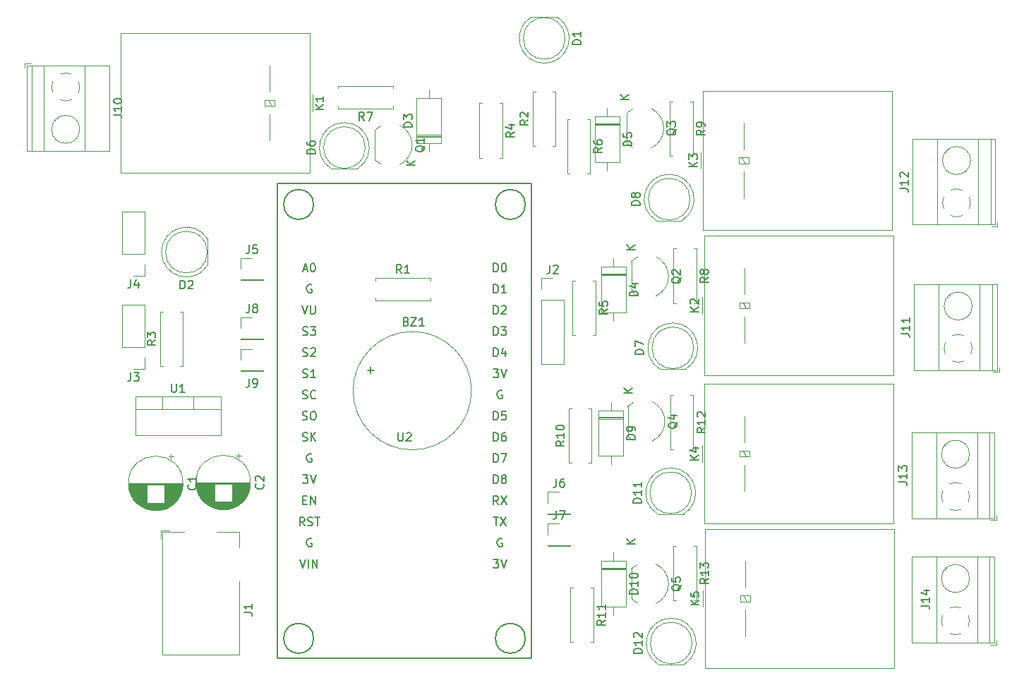
<source format=gbr>
%TF.GenerationSoftware,KiCad,Pcbnew,(5.1.12)-1*%
%TF.CreationDate,2022-04-15T12:04:31+05:30*%
%TF.ProjectId,smart_car,736d6172-745f-4636-9172-2e6b69636164,rev?*%
%TF.SameCoordinates,Original*%
%TF.FileFunction,Legend,Top*%
%TF.FilePolarity,Positive*%
%FSLAX46Y46*%
G04 Gerber Fmt 4.6, Leading zero omitted, Abs format (unit mm)*
G04 Created by KiCad (PCBNEW (5.1.12)-1) date 2022-04-15 12:04:31*
%MOMM*%
%LPD*%
G01*
G04 APERTURE LIST*
%ADD10C,0.120000*%
%ADD11C,0.150000*%
G04 APERTURE END LIST*
D10*
%TO.C,J9*%
X64710000Y-124520000D02*
X67370000Y-124520000D01*
X64710000Y-124460000D02*
X64710000Y-124520000D01*
X67370000Y-124460000D02*
X67370000Y-124520000D01*
X64710000Y-124460000D02*
X67370000Y-124460000D01*
X64710000Y-123190000D02*
X64710000Y-121860000D01*
X64710000Y-121860000D02*
X66040000Y-121860000D01*
%TO.C,J8*%
X64710000Y-120710000D02*
X67370000Y-120710000D01*
X64710000Y-120650000D02*
X64710000Y-120710000D01*
X67370000Y-120650000D02*
X67370000Y-120710000D01*
X64710000Y-120650000D02*
X67370000Y-120650000D01*
X64710000Y-119380000D02*
X64710000Y-118050000D01*
X64710000Y-118050000D02*
X66040000Y-118050000D01*
%TO.C,J7*%
X101540000Y-145475000D02*
X104200000Y-145475000D01*
X101540000Y-145415000D02*
X101540000Y-145475000D01*
X104200000Y-145415000D02*
X104200000Y-145475000D01*
X101540000Y-145415000D02*
X104200000Y-145415000D01*
X101540000Y-144145000D02*
X101540000Y-142815000D01*
X101540000Y-142815000D02*
X102870000Y-142815000D01*
%TO.C,J6*%
X101540000Y-141665000D02*
X104200000Y-141665000D01*
X101540000Y-141605000D02*
X101540000Y-141665000D01*
X104200000Y-141605000D02*
X104200000Y-141665000D01*
X101540000Y-141605000D02*
X104200000Y-141605000D01*
X101540000Y-140335000D02*
X101540000Y-139005000D01*
X101540000Y-139005000D02*
X102870000Y-139005000D01*
%TO.C,J5*%
X64710000Y-113598000D02*
X67370000Y-113598000D01*
X64710000Y-113538000D02*
X64710000Y-113598000D01*
X67370000Y-113538000D02*
X67370000Y-113598000D01*
X64710000Y-113538000D02*
X67370000Y-113538000D01*
X64710000Y-112268000D02*
X64710000Y-110938000D01*
X64710000Y-110938000D02*
X66040000Y-110938000D01*
%TO.C,J14*%
X155331500Y-157335500D02*
X155331500Y-156835500D01*
X154591500Y-157335500D02*
X155331500Y-157335500D01*
X151454500Y-150642500D02*
X151500500Y-150689500D01*
X149156500Y-148345500D02*
X149192500Y-148380500D01*
X151670500Y-150449500D02*
X151705500Y-150484500D01*
X149362500Y-148140500D02*
X149408500Y-148187500D01*
X145170500Y-146815500D02*
X155091500Y-146815500D01*
X145170500Y-157095500D02*
X155091500Y-157095500D01*
X155091500Y-157095500D02*
X155091500Y-146815500D01*
X145170500Y-157095500D02*
X145170500Y-146815500D01*
X148130500Y-157095500D02*
X148130500Y-146815500D01*
X153031500Y-157095500D02*
X153031500Y-146815500D01*
X154531500Y-157095500D02*
X154531500Y-146815500D01*
X152111500Y-149415500D02*
G75*
G03*
X152111500Y-149415500I-1680000J0D01*
G01*
X152111753Y-154466695D02*
G75*
G02*
X151966500Y-155179500I-1680253J-28805D01*
G01*
X151114542Y-156030926D02*
G75*
G02*
X149747500Y-156030500I-683042J1535426D01*
G01*
X148896074Y-155178542D02*
G75*
G02*
X148896500Y-153811500I1535426J683042D01*
G01*
X149748458Y-152960074D02*
G75*
G02*
X151115500Y-152960500I683042J-1535426D01*
G01*
X151966256Y-153812182D02*
G75*
G02*
X152111500Y-154495500I-1534756J-683318D01*
G01*
%TO.C,J13*%
X155331500Y-142413000D02*
X155331500Y-141913000D01*
X154591500Y-142413000D02*
X155331500Y-142413000D01*
X151454500Y-135720000D02*
X151500500Y-135767000D01*
X149156500Y-133423000D02*
X149192500Y-133458000D01*
X151670500Y-135527000D02*
X151705500Y-135562000D01*
X149362500Y-133218000D02*
X149408500Y-133265000D01*
X145170500Y-131893000D02*
X155091500Y-131893000D01*
X145170500Y-142173000D02*
X155091500Y-142173000D01*
X155091500Y-142173000D02*
X155091500Y-131893000D01*
X145170500Y-142173000D02*
X145170500Y-131893000D01*
X148130500Y-142173000D02*
X148130500Y-131893000D01*
X153031500Y-142173000D02*
X153031500Y-131893000D01*
X154531500Y-142173000D02*
X154531500Y-131893000D01*
X152111500Y-134493000D02*
G75*
G03*
X152111500Y-134493000I-1680000J0D01*
G01*
X152111753Y-139544195D02*
G75*
G02*
X151966500Y-140257000I-1680253J-28805D01*
G01*
X151114542Y-141108426D02*
G75*
G02*
X149747500Y-141108000I-683042J1535426D01*
G01*
X148896074Y-140256042D02*
G75*
G02*
X148896500Y-138889000I1535426J683042D01*
G01*
X149748458Y-138037574D02*
G75*
G02*
X151115500Y-138038000I683042J-1535426D01*
G01*
X151966256Y-138889682D02*
G75*
G02*
X152111500Y-139573000I-1534756J-683318D01*
G01*
%TO.C,J12*%
X155458500Y-107170500D02*
X155458500Y-106670500D01*
X154718500Y-107170500D02*
X155458500Y-107170500D01*
X151581500Y-100477500D02*
X151627500Y-100524500D01*
X149283500Y-98180500D02*
X149319500Y-98215500D01*
X151797500Y-100284500D02*
X151832500Y-100319500D01*
X149489500Y-97975500D02*
X149535500Y-98022500D01*
X145297500Y-96650500D02*
X155218500Y-96650500D01*
X145297500Y-106930500D02*
X155218500Y-106930500D01*
X155218500Y-106930500D02*
X155218500Y-96650500D01*
X145297500Y-106930500D02*
X145297500Y-96650500D01*
X148257500Y-106930500D02*
X148257500Y-96650500D01*
X153158500Y-106930500D02*
X153158500Y-96650500D01*
X154658500Y-106930500D02*
X154658500Y-96650500D01*
X152238500Y-99250500D02*
G75*
G03*
X152238500Y-99250500I-1680000J0D01*
G01*
X152238753Y-104301695D02*
G75*
G02*
X152093500Y-105014500I-1680253J-28805D01*
G01*
X151241542Y-105865926D02*
G75*
G02*
X149874500Y-105865500I-683042J1535426D01*
G01*
X149023074Y-105013542D02*
G75*
G02*
X149023500Y-103646500I1535426J683042D01*
G01*
X149875458Y-102795074D02*
G75*
G02*
X151242500Y-102795500I683042J-1535426D01*
G01*
X152093256Y-103647182D02*
G75*
G02*
X152238500Y-104330500I-1534756J-683318D01*
G01*
%TO.C,J11*%
X155649000Y-124633000D02*
X155649000Y-124133000D01*
X154909000Y-124633000D02*
X155649000Y-124633000D01*
X151772000Y-117940000D02*
X151818000Y-117987000D01*
X149474000Y-115643000D02*
X149510000Y-115678000D01*
X151988000Y-117747000D02*
X152023000Y-117782000D01*
X149680000Y-115438000D02*
X149726000Y-115485000D01*
X145488000Y-114113000D02*
X155409000Y-114113000D01*
X145488000Y-124393000D02*
X155409000Y-124393000D01*
X155409000Y-124393000D02*
X155409000Y-114113000D01*
X145488000Y-124393000D02*
X145488000Y-114113000D01*
X148448000Y-124393000D02*
X148448000Y-114113000D01*
X153349000Y-124393000D02*
X153349000Y-114113000D01*
X154849000Y-124393000D02*
X154849000Y-114113000D01*
X152429000Y-116713000D02*
G75*
G03*
X152429000Y-116713000I-1680000J0D01*
G01*
X152429253Y-121764195D02*
G75*
G02*
X152284000Y-122477000I-1680253J-28805D01*
G01*
X151432042Y-123328426D02*
G75*
G02*
X150065000Y-123328000I-683042J1535426D01*
G01*
X149213574Y-122476042D02*
G75*
G02*
X149214000Y-121109000I1535426J683042D01*
G01*
X150065958Y-120257574D02*
G75*
G02*
X151433000Y-120258000I683042J-1535426D01*
G01*
X152283756Y-121109682D02*
G75*
G02*
X152429000Y-121793000I-1534756J-683318D01*
G01*
%TO.C,J10*%
X38788000Y-87584000D02*
X38788000Y-88084000D01*
X39528000Y-87584000D02*
X38788000Y-87584000D01*
X42665000Y-94277000D02*
X42619000Y-94230000D01*
X44963000Y-96574000D02*
X44927000Y-96539000D01*
X42449000Y-94470000D02*
X42414000Y-94435000D01*
X44757000Y-96779000D02*
X44711000Y-96732000D01*
X48949000Y-98104000D02*
X39028000Y-98104000D01*
X48949000Y-87824000D02*
X39028000Y-87824000D01*
X39028000Y-87824000D02*
X39028000Y-98104000D01*
X48949000Y-87824000D02*
X48949000Y-98104000D01*
X45989000Y-87824000D02*
X45989000Y-98104000D01*
X41088000Y-87824000D02*
X41088000Y-98104000D01*
X39588000Y-87824000D02*
X39588000Y-98104000D01*
X45368000Y-95504000D02*
G75*
G03*
X45368000Y-95504000I-1680000J0D01*
G01*
X42007747Y-90452805D02*
G75*
G02*
X42153000Y-89740000I1680253J28805D01*
G01*
X43004958Y-88888574D02*
G75*
G02*
X44372000Y-88889000I683042J-1535426D01*
G01*
X45223426Y-89740958D02*
G75*
G02*
X45223000Y-91108000I-1535426J-683042D01*
G01*
X44371042Y-91959426D02*
G75*
G02*
X43004000Y-91959000I-683042J1535426D01*
G01*
X42153244Y-91107318D02*
G75*
G02*
X42008000Y-90424000I1534756J683318D01*
G01*
%TO.C,C2*%
X65855600Y-137889300D02*
G75*
G03*
X65855600Y-137889300I-3270000J0D01*
G01*
X65815600Y-137889300D02*
X59355600Y-137889300D01*
X65815600Y-137929300D02*
X59355600Y-137929300D01*
X65815600Y-137969300D02*
X59355600Y-137969300D01*
X65813600Y-138009300D02*
X59357600Y-138009300D01*
X65812600Y-138049300D02*
X59358600Y-138049300D01*
X65809600Y-138089300D02*
X59361600Y-138089300D01*
X65807600Y-138129300D02*
X63625600Y-138129300D01*
X61545600Y-138129300D02*
X59363600Y-138129300D01*
X65803600Y-138169300D02*
X63625600Y-138169300D01*
X61545600Y-138169300D02*
X59367600Y-138169300D01*
X65800600Y-138209300D02*
X63625600Y-138209300D01*
X61545600Y-138209300D02*
X59370600Y-138209300D01*
X65796600Y-138249300D02*
X63625600Y-138249300D01*
X61545600Y-138249300D02*
X59374600Y-138249300D01*
X65791600Y-138289300D02*
X63625600Y-138289300D01*
X61545600Y-138289300D02*
X59379600Y-138289300D01*
X65786600Y-138329300D02*
X63625600Y-138329300D01*
X61545600Y-138329300D02*
X59384600Y-138329300D01*
X65780600Y-138369300D02*
X63625600Y-138369300D01*
X61545600Y-138369300D02*
X59390600Y-138369300D01*
X65774600Y-138409300D02*
X63625600Y-138409300D01*
X61545600Y-138409300D02*
X59396600Y-138409300D01*
X65767600Y-138449300D02*
X63625600Y-138449300D01*
X61545600Y-138449300D02*
X59403600Y-138449300D01*
X65760600Y-138489300D02*
X63625600Y-138489300D01*
X61545600Y-138489300D02*
X59410600Y-138489300D01*
X65752600Y-138529300D02*
X63625600Y-138529300D01*
X61545600Y-138529300D02*
X59418600Y-138529300D01*
X65744600Y-138569300D02*
X63625600Y-138569300D01*
X61545600Y-138569300D02*
X59426600Y-138569300D01*
X65735600Y-138610300D02*
X63625600Y-138610300D01*
X61545600Y-138610300D02*
X59435600Y-138610300D01*
X65726600Y-138650300D02*
X63625600Y-138650300D01*
X61545600Y-138650300D02*
X59444600Y-138650300D01*
X65716600Y-138690300D02*
X63625600Y-138690300D01*
X61545600Y-138690300D02*
X59454600Y-138690300D01*
X65706600Y-138730300D02*
X63625600Y-138730300D01*
X61545600Y-138730300D02*
X59464600Y-138730300D01*
X65695600Y-138770300D02*
X63625600Y-138770300D01*
X61545600Y-138770300D02*
X59475600Y-138770300D01*
X65683600Y-138810300D02*
X63625600Y-138810300D01*
X61545600Y-138810300D02*
X59487600Y-138810300D01*
X65671600Y-138850300D02*
X63625600Y-138850300D01*
X61545600Y-138850300D02*
X59499600Y-138850300D01*
X65659600Y-138890300D02*
X63625600Y-138890300D01*
X61545600Y-138890300D02*
X59511600Y-138890300D01*
X65646600Y-138930300D02*
X63625600Y-138930300D01*
X61545600Y-138930300D02*
X59524600Y-138930300D01*
X65632600Y-138970300D02*
X63625600Y-138970300D01*
X61545600Y-138970300D02*
X59538600Y-138970300D01*
X65618600Y-139010300D02*
X63625600Y-139010300D01*
X61545600Y-139010300D02*
X59552600Y-139010300D01*
X65603600Y-139050300D02*
X63625600Y-139050300D01*
X61545600Y-139050300D02*
X59567600Y-139050300D01*
X65587600Y-139090300D02*
X63625600Y-139090300D01*
X61545600Y-139090300D02*
X59583600Y-139090300D01*
X65571600Y-139130300D02*
X63625600Y-139130300D01*
X61545600Y-139130300D02*
X59599600Y-139130300D01*
X65555600Y-139170300D02*
X63625600Y-139170300D01*
X61545600Y-139170300D02*
X59615600Y-139170300D01*
X65537600Y-139210300D02*
X63625600Y-139210300D01*
X61545600Y-139210300D02*
X59633600Y-139210300D01*
X65519600Y-139250300D02*
X63625600Y-139250300D01*
X61545600Y-139250300D02*
X59651600Y-139250300D01*
X65501600Y-139290300D02*
X63625600Y-139290300D01*
X61545600Y-139290300D02*
X59669600Y-139290300D01*
X65481600Y-139330300D02*
X63625600Y-139330300D01*
X61545600Y-139330300D02*
X59689600Y-139330300D01*
X65461600Y-139370300D02*
X63625600Y-139370300D01*
X61545600Y-139370300D02*
X59709600Y-139370300D01*
X65441600Y-139410300D02*
X63625600Y-139410300D01*
X61545600Y-139410300D02*
X59729600Y-139410300D01*
X65419600Y-139450300D02*
X63625600Y-139450300D01*
X61545600Y-139450300D02*
X59751600Y-139450300D01*
X65397600Y-139490300D02*
X63625600Y-139490300D01*
X61545600Y-139490300D02*
X59773600Y-139490300D01*
X65375600Y-139530300D02*
X63625600Y-139530300D01*
X61545600Y-139530300D02*
X59795600Y-139530300D01*
X65351600Y-139570300D02*
X63625600Y-139570300D01*
X61545600Y-139570300D02*
X59819600Y-139570300D01*
X65327600Y-139610300D02*
X63625600Y-139610300D01*
X61545600Y-139610300D02*
X59843600Y-139610300D01*
X65301600Y-139650300D02*
X63625600Y-139650300D01*
X61545600Y-139650300D02*
X59869600Y-139650300D01*
X65275600Y-139690300D02*
X63625600Y-139690300D01*
X61545600Y-139690300D02*
X59895600Y-139690300D01*
X65249600Y-139730300D02*
X63625600Y-139730300D01*
X61545600Y-139730300D02*
X59921600Y-139730300D01*
X65221600Y-139770300D02*
X63625600Y-139770300D01*
X61545600Y-139770300D02*
X59949600Y-139770300D01*
X65192600Y-139810300D02*
X63625600Y-139810300D01*
X61545600Y-139810300D02*
X59978600Y-139810300D01*
X65163600Y-139850300D02*
X63625600Y-139850300D01*
X61545600Y-139850300D02*
X60007600Y-139850300D01*
X65133600Y-139890300D02*
X63625600Y-139890300D01*
X61545600Y-139890300D02*
X60037600Y-139890300D01*
X65101600Y-139930300D02*
X63625600Y-139930300D01*
X61545600Y-139930300D02*
X60069600Y-139930300D01*
X65069600Y-139970300D02*
X63625600Y-139970300D01*
X61545600Y-139970300D02*
X60101600Y-139970300D01*
X65035600Y-140010300D02*
X63625600Y-140010300D01*
X61545600Y-140010300D02*
X60135600Y-140010300D01*
X65001600Y-140050300D02*
X63625600Y-140050300D01*
X61545600Y-140050300D02*
X60169600Y-140050300D01*
X64965600Y-140090300D02*
X63625600Y-140090300D01*
X61545600Y-140090300D02*
X60205600Y-140090300D01*
X64928600Y-140130300D02*
X63625600Y-140130300D01*
X61545600Y-140130300D02*
X60242600Y-140130300D01*
X64890600Y-140170300D02*
X63625600Y-140170300D01*
X61545600Y-140170300D02*
X60280600Y-140170300D01*
X64850600Y-140210300D02*
X60320600Y-140210300D01*
X64809600Y-140250300D02*
X60361600Y-140250300D01*
X64767600Y-140290300D02*
X60403600Y-140290300D01*
X64722600Y-140330300D02*
X60448600Y-140330300D01*
X64677600Y-140370300D02*
X60493600Y-140370300D01*
X64629600Y-140410300D02*
X60541600Y-140410300D01*
X64580600Y-140450300D02*
X60590600Y-140450300D01*
X64529600Y-140490300D02*
X60641600Y-140490300D01*
X64475600Y-140530300D02*
X60695600Y-140530300D01*
X64419600Y-140570300D02*
X60751600Y-140570300D01*
X64361600Y-140610300D02*
X60809600Y-140610300D01*
X64299600Y-140650300D02*
X60871600Y-140650300D01*
X64235600Y-140690300D02*
X60935600Y-140690300D01*
X64166600Y-140730300D02*
X61004600Y-140730300D01*
X64094600Y-140770300D02*
X61076600Y-140770300D01*
X64017600Y-140810300D02*
X61153600Y-140810300D01*
X63935600Y-140850300D02*
X61235600Y-140850300D01*
X63847600Y-140890300D02*
X61323600Y-140890300D01*
X63750600Y-140930300D02*
X61420600Y-140930300D01*
X63644600Y-140970300D02*
X61526600Y-140970300D01*
X63525600Y-141010300D02*
X61645600Y-141010300D01*
X63387600Y-141050300D02*
X61783600Y-141050300D01*
X63218600Y-141090300D02*
X61952600Y-141090300D01*
X62987600Y-141130300D02*
X62183600Y-141130300D01*
X64424600Y-134389059D02*
X64424600Y-135019059D01*
X64739600Y-134704059D02*
X64109600Y-134704059D01*
D11*
%TO.C,U2*%
X98824051Y-156591000D02*
G75*
G03*
X98824051Y-156591000I-1796051J0D01*
G01*
X73424051Y-156591000D02*
G75*
G03*
X73424051Y-156591000I-1796051J0D01*
G01*
X73424051Y-104521000D02*
G75*
G03*
X73424051Y-104521000I-1796051J0D01*
G01*
X98824051Y-104521000D02*
G75*
G03*
X98824051Y-104521000I-1796051J0D01*
G01*
X99578000Y-101961000D02*
X69578000Y-101961000D01*
X69578000Y-101961000D02*
X69078000Y-101961000D01*
X69078000Y-101961000D02*
X69078000Y-158961000D01*
X69078000Y-158961000D02*
X99578000Y-158961000D01*
X99578000Y-158961000D02*
X99578000Y-101961000D01*
D10*
%TO.C,R7*%
X76384400Y-90273200D02*
X76384400Y-90603200D01*
X82924400Y-90273200D02*
X76384400Y-90273200D01*
X82924400Y-90603200D02*
X82924400Y-90273200D01*
X76384400Y-93013200D02*
X76384400Y-92683200D01*
X82924400Y-93013200D02*
X76384400Y-93013200D01*
X82924400Y-92683200D02*
X82924400Y-93013200D01*
%TO.C,R4*%
X93321200Y-98926400D02*
X93651200Y-98926400D01*
X93321200Y-92386400D02*
X93321200Y-98926400D01*
X93651200Y-92386400D02*
X93321200Y-92386400D01*
X96061200Y-98926400D02*
X95731200Y-98926400D01*
X96061200Y-92386400D02*
X96061200Y-98926400D01*
X95731200Y-92386400D02*
X96061200Y-92386400D01*
%TO.C,R2*%
X102462000Y-90964000D02*
X102132000Y-90964000D01*
X102462000Y-97504000D02*
X102462000Y-90964000D01*
X102132000Y-97504000D02*
X102462000Y-97504000D01*
X99722000Y-90964000D02*
X100052000Y-90964000D01*
X99722000Y-97504000D02*
X99722000Y-90964000D01*
X100052000Y-97504000D02*
X99722000Y-97504000D01*
%TO.C,R1*%
X87407500Y-116051000D02*
X87407500Y-115721000D01*
X80867500Y-116051000D02*
X87407500Y-116051000D01*
X80867500Y-115721000D02*
X80867500Y-116051000D01*
X87407500Y-113311000D02*
X87407500Y-113641000D01*
X80867500Y-113311000D02*
X87407500Y-113311000D01*
X80867500Y-113641000D02*
X80867500Y-113311000D01*
%TO.C,Q1*%
X80801600Y-95583600D02*
X80801600Y-99183600D01*
X81528805Y-99707784D02*
G75*
G02*
X80801600Y-99183600I1122795J2324184D01*
G01*
X83750407Y-99740000D02*
G75*
G03*
X85251600Y-97383600I-1098807J2356400D01*
G01*
X83750407Y-95027200D02*
G75*
G02*
X85251600Y-97383600I-1098807J-2356400D01*
G01*
X81528805Y-95059416D02*
G75*
G03*
X80801600Y-95583600I1122795J-2324184D01*
G01*
%TO.C,K1*%
X68158000Y-93704400D02*
X68158000Y-96854400D01*
X68158000Y-87854400D02*
X68158000Y-91004400D01*
X73268000Y-91354400D02*
X73268000Y-93354400D01*
X67558000Y-92004400D02*
X67558000Y-92704400D01*
X68758000Y-92004400D02*
X67558000Y-92004400D01*
X68758000Y-92704400D02*
X68758000Y-92004400D01*
X67558000Y-92704400D02*
X68758000Y-92704400D01*
X67958000Y-92004400D02*
X68358000Y-92704400D01*
X50308000Y-84004400D02*
X50308000Y-100704400D01*
X73008000Y-84004400D02*
X50308000Y-84004400D01*
X73008000Y-100704400D02*
X73008000Y-84004400D01*
X50308000Y-100704400D02*
X73008000Y-100704400D01*
%TO.C,J2*%
X100778000Y-113351000D02*
X102108000Y-113351000D01*
X100778000Y-114681000D02*
X100778000Y-113351000D01*
X100778000Y-115951000D02*
X103438000Y-115951000D01*
X103438000Y-115951000D02*
X103438000Y-123631000D01*
X100778000Y-115951000D02*
X100778000Y-123631000D01*
X100778000Y-123631000D02*
X103438000Y-123631000D01*
%TO.C,D6*%
X75569400Y-100248400D02*
X78659400Y-100248400D01*
X79614400Y-97688400D02*
G75*
G03*
X79614400Y-97688400I-2500000J0D01*
G01*
X77113938Y-94698400D02*
G75*
G02*
X78659230Y-100248400I462J-2990000D01*
G01*
X77114862Y-94698400D02*
G75*
G03*
X75569570Y-100248400I-462J-2990000D01*
G01*
%TO.C,D3*%
X85779000Y-96428000D02*
X88719000Y-96428000D01*
X85779000Y-96188000D02*
X88719000Y-96188000D01*
X85779000Y-96308000D02*
X88719000Y-96308000D01*
X87249000Y-90748000D02*
X87249000Y-91768000D01*
X87249000Y-98228000D02*
X87249000Y-97208000D01*
X85779000Y-91768000D02*
X85779000Y-97208000D01*
X88719000Y-91768000D02*
X85779000Y-91768000D01*
X88719000Y-97208000D02*
X88719000Y-91768000D01*
X85779000Y-97208000D02*
X88719000Y-97208000D01*
%TO.C,D1*%
X102637000Y-82022000D02*
X99547000Y-82022000D01*
X103592000Y-84582000D02*
G75*
G03*
X103592000Y-84582000I-2500000J0D01*
G01*
X101092462Y-87572000D02*
G75*
G02*
X99547170Y-82022000I-462J2990000D01*
G01*
X101091538Y-87572000D02*
G75*
G03*
X102636830Y-82022000I462J2990000D01*
G01*
%TO.C,BZ1*%
X92364000Y-126873000D02*
G75*
G03*
X92364000Y-126873000I-7100000J0D01*
G01*
%TO.C,Q2*%
X111561000Y-111357000D02*
X111561000Y-114957000D01*
X112288205Y-115481184D02*
G75*
G02*
X111561000Y-114957000I1122795J2324184D01*
G01*
X114509807Y-115513400D02*
G75*
G03*
X116011000Y-113157000I-1098807J2356400D01*
G01*
X114509807Y-110800600D02*
G75*
G02*
X116011000Y-113157000I-1098807J-2356400D01*
G01*
X112288205Y-110832816D02*
G75*
G03*
X111561000Y-111357000I1122795J-2324184D01*
G01*
%TO.C,Q3*%
X110989500Y-93577000D02*
X110989500Y-97177000D01*
X111716705Y-97701184D02*
G75*
G02*
X110989500Y-97177000I1122795J2324184D01*
G01*
X113938307Y-97733400D02*
G75*
G03*
X115439500Y-95377000I-1098807J2356400D01*
G01*
X113938307Y-93020600D02*
G75*
G02*
X115439500Y-95377000I-1098807J-2356400D01*
G01*
X111716705Y-93052816D02*
G75*
G03*
X110989500Y-93577000I1122795J-2324184D01*
G01*
%TO.C,Q4*%
X111116500Y-128756000D02*
X111116500Y-132356000D01*
X111843705Y-132880184D02*
G75*
G02*
X111116500Y-132356000I1122795J2324184D01*
G01*
X114065307Y-132912400D02*
G75*
G03*
X115566500Y-130556000I-1098807J2356400D01*
G01*
X114065307Y-128199600D02*
G75*
G02*
X115566500Y-130556000I-1098807J-2356400D01*
G01*
X111843705Y-128231816D02*
G75*
G03*
X111116500Y-128756000I1122795J-2324184D01*
G01*
%TO.C,Q5*%
X111561000Y-148250500D02*
X111561000Y-151850500D01*
X112288205Y-152374684D02*
G75*
G02*
X111561000Y-151850500I1122795J2324184D01*
G01*
X114509807Y-152406900D02*
G75*
G03*
X116011000Y-150050500I-1098807J2356400D01*
G01*
X114509807Y-147694100D02*
G75*
G02*
X116011000Y-150050500I-1098807J-2356400D01*
G01*
X112288205Y-147726316D02*
G75*
G03*
X111561000Y-148250500I1122795J-2324184D01*
G01*
%TO.C,U1*%
X52030000Y-127603500D02*
X62270000Y-127603500D01*
X52030000Y-132244500D02*
X62270000Y-132244500D01*
X52030000Y-127603500D02*
X52030000Y-132244500D01*
X62270000Y-127603500D02*
X62270000Y-132244500D01*
X52030000Y-129113500D02*
X62270000Y-129113500D01*
X55300000Y-127603500D02*
X55300000Y-129113500D01*
X59001000Y-127603500D02*
X59001000Y-129113500D01*
%TO.C,R8*%
X119023000Y-109823500D02*
X119353000Y-109823500D01*
X119353000Y-109823500D02*
X119353000Y-116363500D01*
X119353000Y-116363500D02*
X119023000Y-116363500D01*
X116943000Y-109823500D02*
X116613000Y-109823500D01*
X116613000Y-109823500D02*
X116613000Y-116363500D01*
X116613000Y-116363500D02*
X116943000Y-116363500D01*
%TO.C,R9*%
X118578500Y-92170500D02*
X118908500Y-92170500D01*
X118908500Y-92170500D02*
X118908500Y-98710500D01*
X118908500Y-98710500D02*
X118578500Y-98710500D01*
X116498500Y-92170500D02*
X116168500Y-92170500D01*
X116168500Y-92170500D02*
X116168500Y-98710500D01*
X116168500Y-98710500D02*
X116498500Y-98710500D01*
%TO.C,R12*%
X118642000Y-127413000D02*
X118972000Y-127413000D01*
X118972000Y-127413000D02*
X118972000Y-133953000D01*
X118972000Y-133953000D02*
X118642000Y-133953000D01*
X116562000Y-127413000D02*
X116232000Y-127413000D01*
X116232000Y-127413000D02*
X116232000Y-133953000D01*
X116232000Y-133953000D02*
X116562000Y-133953000D01*
%TO.C,R5*%
X106907200Y-113671600D02*
X107237200Y-113671600D01*
X107237200Y-113671600D02*
X107237200Y-120211600D01*
X107237200Y-120211600D02*
X106907200Y-120211600D01*
X104827200Y-113671600D02*
X104497200Y-113671600D01*
X104497200Y-113671600D02*
X104497200Y-120211600D01*
X104497200Y-120211600D02*
X104827200Y-120211600D01*
%TO.C,R6*%
X106246800Y-94266000D02*
X106576800Y-94266000D01*
X106576800Y-94266000D02*
X106576800Y-100806000D01*
X106576800Y-100806000D02*
X106246800Y-100806000D01*
X104166800Y-94266000D02*
X103836800Y-94266000D01*
X103836800Y-94266000D02*
X103836800Y-100806000D01*
X103836800Y-100806000D02*
X104166800Y-100806000D01*
%TO.C,R10*%
X104370000Y-135540500D02*
X104040000Y-135540500D01*
X104040000Y-135540500D02*
X104040000Y-129000500D01*
X104040000Y-129000500D02*
X104370000Y-129000500D01*
X106450000Y-135540500D02*
X106780000Y-135540500D01*
X106780000Y-135540500D02*
X106780000Y-129000500D01*
X106780000Y-129000500D02*
X106450000Y-129000500D01*
%TO.C,R13*%
X119023000Y-145510500D02*
X119353000Y-145510500D01*
X119353000Y-145510500D02*
X119353000Y-152050500D01*
X119353000Y-152050500D02*
X119023000Y-152050500D01*
X116943000Y-145510500D02*
X116613000Y-145510500D01*
X116613000Y-145510500D02*
X116613000Y-152050500D01*
X116613000Y-152050500D02*
X116943000Y-152050500D01*
%TO.C,R11*%
X106640500Y-150527000D02*
X106970500Y-150527000D01*
X106970500Y-150527000D02*
X106970500Y-157067000D01*
X106970500Y-157067000D02*
X106640500Y-157067000D01*
X104560500Y-150527000D02*
X104230500Y-150527000D01*
X104230500Y-150527000D02*
X104230500Y-157067000D01*
X104230500Y-157067000D02*
X104560500Y-157067000D01*
%TO.C,R3*%
X55348000Y-123920000D02*
X55018000Y-123920000D01*
X55018000Y-123920000D02*
X55018000Y-117380000D01*
X55018000Y-117380000D02*
X55348000Y-117380000D01*
X57428000Y-123920000D02*
X57758000Y-123920000D01*
X57758000Y-123920000D02*
X57758000Y-117380000D01*
X57758000Y-117380000D02*
X57428000Y-117380000D01*
%TO.C,J4*%
X53146000Y-105350000D02*
X50486000Y-105350000D01*
X53146000Y-110490000D02*
X53146000Y-105350000D01*
X50486000Y-110490000D02*
X50486000Y-105350000D01*
X53146000Y-110490000D02*
X50486000Y-110490000D01*
X53146000Y-111760000D02*
X53146000Y-113090000D01*
X53146000Y-113090000D02*
X51816000Y-113090000D01*
%TO.C,J3*%
X53146000Y-116526000D02*
X50486000Y-116526000D01*
X53146000Y-121666000D02*
X53146000Y-116526000D01*
X50486000Y-121666000D02*
X50486000Y-116526000D01*
X53146000Y-121666000D02*
X50486000Y-121666000D01*
X53146000Y-122936000D02*
X53146000Y-124266000D01*
X53146000Y-124266000D02*
X51816000Y-124266000D01*
%TO.C,J1*%
X56117800Y-143616500D02*
X55067800Y-143616500D01*
X55067800Y-144666500D02*
X55067800Y-143616500D01*
X64467800Y-149716500D02*
X64467800Y-158516500D01*
X64467800Y-158516500D02*
X55267800Y-158516500D01*
X61767800Y-143816500D02*
X64467800Y-143816500D01*
X64467800Y-143816500D02*
X64467800Y-145716500D01*
X55267800Y-158516500D02*
X55267800Y-143816500D01*
X55267800Y-143816500D02*
X57867800Y-143816500D01*
%TO.C,D7*%
X119022500Y-121729500D02*
G75*
G03*
X119022500Y-121729500I-2500000J0D01*
G01*
X114977500Y-124289500D02*
X118067500Y-124289500D01*
X116522038Y-118739500D02*
G75*
G02*
X118067330Y-124289500I462J-2990000D01*
G01*
X116522962Y-118739500D02*
G75*
G03*
X114977670Y-124289500I-462J-2990000D01*
G01*
%TO.C,D8*%
X118578000Y-103886000D02*
G75*
G03*
X118578000Y-103886000I-2500000J0D01*
G01*
X114533000Y-106446000D02*
X117623000Y-106446000D01*
X116077538Y-100896000D02*
G75*
G02*
X117622830Y-106446000I462J-2990000D01*
G01*
X116078462Y-100896000D02*
G75*
G03*
X114533170Y-106446000I-462J-2990000D01*
G01*
%TO.C,D11*%
X118768500Y-139128500D02*
G75*
G03*
X118768500Y-139128500I-2500000J0D01*
G01*
X114723500Y-141688500D02*
X117813500Y-141688500D01*
X116268038Y-136138500D02*
G75*
G02*
X117813330Y-141688500I462J-2990000D01*
G01*
X116268962Y-136138500D02*
G75*
G03*
X114723670Y-141688500I-462J-2990000D01*
G01*
%TO.C,D12*%
X118832000Y-157162500D02*
G75*
G03*
X118832000Y-157162500I-2500000J0D01*
G01*
X114787000Y-159722500D02*
X117877000Y-159722500D01*
X116331538Y-154172500D02*
G75*
G02*
X117876830Y-159722500I462J-2990000D01*
G01*
X116332462Y-154172500D02*
G75*
G03*
X114787170Y-159722500I-462J-2990000D01*
G01*
%TO.C,D2*%
X60666000Y-110236000D02*
G75*
G03*
X60666000Y-110236000I-2500000J0D01*
G01*
X60726000Y-111781000D02*
X60726000Y-108691000D01*
X55176000Y-110236462D02*
G75*
G02*
X60726000Y-108691170I2990000J462D01*
G01*
X55176000Y-110235538D02*
G75*
G03*
X60726000Y-111780830I2990000J-462D01*
G01*
%TO.C,C1*%
X57753000Y-137990900D02*
G75*
G03*
X57753000Y-137990900I-3270000J0D01*
G01*
X57713000Y-137990900D02*
X51253000Y-137990900D01*
X57713000Y-138030900D02*
X51253000Y-138030900D01*
X57713000Y-138070900D02*
X51253000Y-138070900D01*
X57711000Y-138110900D02*
X51255000Y-138110900D01*
X57710000Y-138150900D02*
X51256000Y-138150900D01*
X57707000Y-138190900D02*
X51259000Y-138190900D01*
X57705000Y-138230900D02*
X55523000Y-138230900D01*
X53443000Y-138230900D02*
X51261000Y-138230900D01*
X57701000Y-138270900D02*
X55523000Y-138270900D01*
X53443000Y-138270900D02*
X51265000Y-138270900D01*
X57698000Y-138310900D02*
X55523000Y-138310900D01*
X53443000Y-138310900D02*
X51268000Y-138310900D01*
X57694000Y-138350900D02*
X55523000Y-138350900D01*
X53443000Y-138350900D02*
X51272000Y-138350900D01*
X57689000Y-138390900D02*
X55523000Y-138390900D01*
X53443000Y-138390900D02*
X51277000Y-138390900D01*
X57684000Y-138430900D02*
X55523000Y-138430900D01*
X53443000Y-138430900D02*
X51282000Y-138430900D01*
X57678000Y-138470900D02*
X55523000Y-138470900D01*
X53443000Y-138470900D02*
X51288000Y-138470900D01*
X57672000Y-138510900D02*
X55523000Y-138510900D01*
X53443000Y-138510900D02*
X51294000Y-138510900D01*
X57665000Y-138550900D02*
X55523000Y-138550900D01*
X53443000Y-138550900D02*
X51301000Y-138550900D01*
X57658000Y-138590900D02*
X55523000Y-138590900D01*
X53443000Y-138590900D02*
X51308000Y-138590900D01*
X57650000Y-138630900D02*
X55523000Y-138630900D01*
X53443000Y-138630900D02*
X51316000Y-138630900D01*
X57642000Y-138670900D02*
X55523000Y-138670900D01*
X53443000Y-138670900D02*
X51324000Y-138670900D01*
X57633000Y-138711900D02*
X55523000Y-138711900D01*
X53443000Y-138711900D02*
X51333000Y-138711900D01*
X57624000Y-138751900D02*
X55523000Y-138751900D01*
X53443000Y-138751900D02*
X51342000Y-138751900D01*
X57614000Y-138791900D02*
X55523000Y-138791900D01*
X53443000Y-138791900D02*
X51352000Y-138791900D01*
X57604000Y-138831900D02*
X55523000Y-138831900D01*
X53443000Y-138831900D02*
X51362000Y-138831900D01*
X57593000Y-138871900D02*
X55523000Y-138871900D01*
X53443000Y-138871900D02*
X51373000Y-138871900D01*
X57581000Y-138911900D02*
X55523000Y-138911900D01*
X53443000Y-138911900D02*
X51385000Y-138911900D01*
X57569000Y-138951900D02*
X55523000Y-138951900D01*
X53443000Y-138951900D02*
X51397000Y-138951900D01*
X57557000Y-138991900D02*
X55523000Y-138991900D01*
X53443000Y-138991900D02*
X51409000Y-138991900D01*
X57544000Y-139031900D02*
X55523000Y-139031900D01*
X53443000Y-139031900D02*
X51422000Y-139031900D01*
X57530000Y-139071900D02*
X55523000Y-139071900D01*
X53443000Y-139071900D02*
X51436000Y-139071900D01*
X57516000Y-139111900D02*
X55523000Y-139111900D01*
X53443000Y-139111900D02*
X51450000Y-139111900D01*
X57501000Y-139151900D02*
X55523000Y-139151900D01*
X53443000Y-139151900D02*
X51465000Y-139151900D01*
X57485000Y-139191900D02*
X55523000Y-139191900D01*
X53443000Y-139191900D02*
X51481000Y-139191900D01*
X57469000Y-139231900D02*
X55523000Y-139231900D01*
X53443000Y-139231900D02*
X51497000Y-139231900D01*
X57453000Y-139271900D02*
X55523000Y-139271900D01*
X53443000Y-139271900D02*
X51513000Y-139271900D01*
X57435000Y-139311900D02*
X55523000Y-139311900D01*
X53443000Y-139311900D02*
X51531000Y-139311900D01*
X57417000Y-139351900D02*
X55523000Y-139351900D01*
X53443000Y-139351900D02*
X51549000Y-139351900D01*
X57399000Y-139391900D02*
X55523000Y-139391900D01*
X53443000Y-139391900D02*
X51567000Y-139391900D01*
X57379000Y-139431900D02*
X55523000Y-139431900D01*
X53443000Y-139431900D02*
X51587000Y-139431900D01*
X57359000Y-139471900D02*
X55523000Y-139471900D01*
X53443000Y-139471900D02*
X51607000Y-139471900D01*
X57339000Y-139511900D02*
X55523000Y-139511900D01*
X53443000Y-139511900D02*
X51627000Y-139511900D01*
X57317000Y-139551900D02*
X55523000Y-139551900D01*
X53443000Y-139551900D02*
X51649000Y-139551900D01*
X57295000Y-139591900D02*
X55523000Y-139591900D01*
X53443000Y-139591900D02*
X51671000Y-139591900D01*
X57273000Y-139631900D02*
X55523000Y-139631900D01*
X53443000Y-139631900D02*
X51693000Y-139631900D01*
X57249000Y-139671900D02*
X55523000Y-139671900D01*
X53443000Y-139671900D02*
X51717000Y-139671900D01*
X57225000Y-139711900D02*
X55523000Y-139711900D01*
X53443000Y-139711900D02*
X51741000Y-139711900D01*
X57199000Y-139751900D02*
X55523000Y-139751900D01*
X53443000Y-139751900D02*
X51767000Y-139751900D01*
X57173000Y-139791900D02*
X55523000Y-139791900D01*
X53443000Y-139791900D02*
X51793000Y-139791900D01*
X57147000Y-139831900D02*
X55523000Y-139831900D01*
X53443000Y-139831900D02*
X51819000Y-139831900D01*
X57119000Y-139871900D02*
X55523000Y-139871900D01*
X53443000Y-139871900D02*
X51847000Y-139871900D01*
X57090000Y-139911900D02*
X55523000Y-139911900D01*
X53443000Y-139911900D02*
X51876000Y-139911900D01*
X57061000Y-139951900D02*
X55523000Y-139951900D01*
X53443000Y-139951900D02*
X51905000Y-139951900D01*
X57031000Y-139991900D02*
X55523000Y-139991900D01*
X53443000Y-139991900D02*
X51935000Y-139991900D01*
X56999000Y-140031900D02*
X55523000Y-140031900D01*
X53443000Y-140031900D02*
X51967000Y-140031900D01*
X56967000Y-140071900D02*
X55523000Y-140071900D01*
X53443000Y-140071900D02*
X51999000Y-140071900D01*
X56933000Y-140111900D02*
X55523000Y-140111900D01*
X53443000Y-140111900D02*
X52033000Y-140111900D01*
X56899000Y-140151900D02*
X55523000Y-140151900D01*
X53443000Y-140151900D02*
X52067000Y-140151900D01*
X56863000Y-140191900D02*
X55523000Y-140191900D01*
X53443000Y-140191900D02*
X52103000Y-140191900D01*
X56826000Y-140231900D02*
X55523000Y-140231900D01*
X53443000Y-140231900D02*
X52140000Y-140231900D01*
X56788000Y-140271900D02*
X55523000Y-140271900D01*
X53443000Y-140271900D02*
X52178000Y-140271900D01*
X56748000Y-140311900D02*
X52218000Y-140311900D01*
X56707000Y-140351900D02*
X52259000Y-140351900D01*
X56665000Y-140391900D02*
X52301000Y-140391900D01*
X56620000Y-140431900D02*
X52346000Y-140431900D01*
X56575000Y-140471900D02*
X52391000Y-140471900D01*
X56527000Y-140511900D02*
X52439000Y-140511900D01*
X56478000Y-140551900D02*
X52488000Y-140551900D01*
X56427000Y-140591900D02*
X52539000Y-140591900D01*
X56373000Y-140631900D02*
X52593000Y-140631900D01*
X56317000Y-140671900D02*
X52649000Y-140671900D01*
X56259000Y-140711900D02*
X52707000Y-140711900D01*
X56197000Y-140751900D02*
X52769000Y-140751900D01*
X56133000Y-140791900D02*
X52833000Y-140791900D01*
X56064000Y-140831900D02*
X52902000Y-140831900D01*
X55992000Y-140871900D02*
X52974000Y-140871900D01*
X55915000Y-140911900D02*
X53051000Y-140911900D01*
X55833000Y-140951900D02*
X53133000Y-140951900D01*
X55745000Y-140991900D02*
X53221000Y-140991900D01*
X55648000Y-141031900D02*
X53318000Y-141031900D01*
X55542000Y-141071900D02*
X53424000Y-141071900D01*
X55423000Y-141111900D02*
X53543000Y-141111900D01*
X55285000Y-141151900D02*
X53681000Y-141151900D01*
X55116000Y-141191900D02*
X53850000Y-141191900D01*
X54885000Y-141231900D02*
X54081000Y-141231900D01*
X56322000Y-134490659D02*
X56322000Y-135120659D01*
X56637000Y-134805659D02*
X56007000Y-134805659D01*
%TO.C,K2*%
X142986000Y-108299500D02*
X120286000Y-108299500D01*
X120286000Y-108299500D02*
X120286000Y-124999500D01*
X120286000Y-124999500D02*
X142986000Y-124999500D01*
X142986000Y-124999500D02*
X142986000Y-108299500D01*
X125336000Y-116999500D02*
X124936000Y-116299500D01*
X125736000Y-116299500D02*
X124536000Y-116299500D01*
X124536000Y-116299500D02*
X124536000Y-116999500D01*
X124536000Y-116999500D02*
X125736000Y-116999500D01*
X125736000Y-116999500D02*
X125736000Y-116299500D01*
X120026000Y-117649500D02*
X120026000Y-115649500D01*
X125136000Y-121149500D02*
X125136000Y-117999500D01*
X125136000Y-115299500D02*
X125136000Y-112149500D01*
%TO.C,K3*%
X142859000Y-90900500D02*
X120159000Y-90900500D01*
X120159000Y-90900500D02*
X120159000Y-107600500D01*
X120159000Y-107600500D02*
X142859000Y-107600500D01*
X142859000Y-107600500D02*
X142859000Y-90900500D01*
X125209000Y-99600500D02*
X124809000Y-98900500D01*
X125609000Y-98900500D02*
X124409000Y-98900500D01*
X124409000Y-98900500D02*
X124409000Y-99600500D01*
X124409000Y-99600500D02*
X125609000Y-99600500D01*
X125609000Y-99600500D02*
X125609000Y-98900500D01*
X119899000Y-100250500D02*
X119899000Y-98250500D01*
X125009000Y-103750500D02*
X125009000Y-100600500D01*
X125009000Y-97900500D02*
X125009000Y-94750500D01*
%TO.C,K4*%
X142986000Y-126079500D02*
X120286000Y-126079500D01*
X120286000Y-126079500D02*
X120286000Y-142779500D01*
X120286000Y-142779500D02*
X142986000Y-142779500D01*
X142986000Y-142779500D02*
X142986000Y-126079500D01*
X125336000Y-134779500D02*
X124936000Y-134079500D01*
X125736000Y-134079500D02*
X124536000Y-134079500D01*
X124536000Y-134079500D02*
X124536000Y-134779500D01*
X124536000Y-134779500D02*
X125736000Y-134779500D01*
X125736000Y-134779500D02*
X125736000Y-134079500D01*
X120026000Y-135429500D02*
X120026000Y-133429500D01*
X125136000Y-138929500D02*
X125136000Y-135779500D01*
X125136000Y-133079500D02*
X125136000Y-129929500D01*
%TO.C,K5*%
X143049500Y-143478500D02*
X120349500Y-143478500D01*
X120349500Y-143478500D02*
X120349500Y-160178500D01*
X120349500Y-160178500D02*
X143049500Y-160178500D01*
X143049500Y-160178500D02*
X143049500Y-143478500D01*
X125399500Y-152178500D02*
X124999500Y-151478500D01*
X125799500Y-151478500D02*
X124599500Y-151478500D01*
X124599500Y-151478500D02*
X124599500Y-152178500D01*
X124599500Y-152178500D02*
X125799500Y-152178500D01*
X125799500Y-152178500D02*
X125799500Y-151478500D01*
X120089500Y-152828500D02*
X120089500Y-150828500D01*
X125199500Y-156328500D02*
X125199500Y-153178500D01*
X125199500Y-150478500D02*
X125199500Y-147328500D01*
%TO.C,D4*%
X110880500Y-112024500D02*
X107940500Y-112024500D01*
X107940500Y-112024500D02*
X107940500Y-117464500D01*
X107940500Y-117464500D02*
X110880500Y-117464500D01*
X110880500Y-117464500D02*
X110880500Y-112024500D01*
X109410500Y-111004500D02*
X109410500Y-112024500D01*
X109410500Y-118484500D02*
X109410500Y-117464500D01*
X110880500Y-112924500D02*
X107940500Y-112924500D01*
X110880500Y-113044500D02*
X107940500Y-113044500D01*
X110880500Y-112804500D02*
X107940500Y-112804500D01*
%TO.C,D5*%
X110118500Y-93990500D02*
X107178500Y-93990500D01*
X107178500Y-93990500D02*
X107178500Y-99430500D01*
X107178500Y-99430500D02*
X110118500Y-99430500D01*
X110118500Y-99430500D02*
X110118500Y-93990500D01*
X108648500Y-92970500D02*
X108648500Y-93990500D01*
X108648500Y-100450500D02*
X108648500Y-99430500D01*
X110118500Y-94890500D02*
X107178500Y-94890500D01*
X110118500Y-95010500D02*
X107178500Y-95010500D01*
X110118500Y-94770500D02*
X107178500Y-94770500D01*
%TO.C,D9*%
X110563000Y-129233000D02*
X107623000Y-129233000D01*
X107623000Y-129233000D02*
X107623000Y-134673000D01*
X107623000Y-134673000D02*
X110563000Y-134673000D01*
X110563000Y-134673000D02*
X110563000Y-129233000D01*
X109093000Y-128213000D02*
X109093000Y-129233000D01*
X109093000Y-135693000D02*
X109093000Y-134673000D01*
X110563000Y-130133000D02*
X107623000Y-130133000D01*
X110563000Y-130253000D02*
X107623000Y-130253000D01*
X110563000Y-130013000D02*
X107623000Y-130013000D01*
%TO.C,D10*%
X110880500Y-147330500D02*
X107940500Y-147330500D01*
X107940500Y-147330500D02*
X107940500Y-152770500D01*
X107940500Y-152770500D02*
X110880500Y-152770500D01*
X110880500Y-152770500D02*
X110880500Y-147330500D01*
X109410500Y-146310500D02*
X109410500Y-147330500D01*
X109410500Y-153790500D02*
X109410500Y-152770500D01*
X110880500Y-148230500D02*
X107940500Y-148230500D01*
X110880500Y-148350500D02*
X107940500Y-148350500D01*
X110880500Y-148110500D02*
X107940500Y-148110500D01*
%TO.C,J9*%
D11*
X65706666Y-125436380D02*
X65706666Y-126150666D01*
X65659047Y-126293523D01*
X65563809Y-126388761D01*
X65420952Y-126436380D01*
X65325714Y-126436380D01*
X66230476Y-126436380D02*
X66420952Y-126436380D01*
X66516190Y-126388761D01*
X66563809Y-126341142D01*
X66659047Y-126198285D01*
X66706666Y-126007809D01*
X66706666Y-125626857D01*
X66659047Y-125531619D01*
X66611428Y-125484000D01*
X66516190Y-125436380D01*
X66325714Y-125436380D01*
X66230476Y-125484000D01*
X66182857Y-125531619D01*
X66135238Y-125626857D01*
X66135238Y-125864952D01*
X66182857Y-125960190D01*
X66230476Y-126007809D01*
X66325714Y-126055428D01*
X66516190Y-126055428D01*
X66611428Y-126007809D01*
X66659047Y-125960190D01*
X66706666Y-125864952D01*
%TO.C,J8*%
X65706666Y-116502380D02*
X65706666Y-117216666D01*
X65659047Y-117359523D01*
X65563809Y-117454761D01*
X65420952Y-117502380D01*
X65325714Y-117502380D01*
X66325714Y-116930952D02*
X66230476Y-116883333D01*
X66182857Y-116835714D01*
X66135238Y-116740476D01*
X66135238Y-116692857D01*
X66182857Y-116597619D01*
X66230476Y-116550000D01*
X66325714Y-116502380D01*
X66516190Y-116502380D01*
X66611428Y-116550000D01*
X66659047Y-116597619D01*
X66706666Y-116692857D01*
X66706666Y-116740476D01*
X66659047Y-116835714D01*
X66611428Y-116883333D01*
X66516190Y-116930952D01*
X66325714Y-116930952D01*
X66230476Y-116978571D01*
X66182857Y-117026190D01*
X66135238Y-117121428D01*
X66135238Y-117311904D01*
X66182857Y-117407142D01*
X66230476Y-117454761D01*
X66325714Y-117502380D01*
X66516190Y-117502380D01*
X66611428Y-117454761D01*
X66659047Y-117407142D01*
X66706666Y-117311904D01*
X66706666Y-117121428D01*
X66659047Y-117026190D01*
X66611428Y-116978571D01*
X66516190Y-116930952D01*
%TO.C,J7*%
X102536666Y-141267380D02*
X102536666Y-141981666D01*
X102489047Y-142124523D01*
X102393809Y-142219761D01*
X102250952Y-142267380D01*
X102155714Y-142267380D01*
X102917619Y-141267380D02*
X103584285Y-141267380D01*
X103155714Y-142267380D01*
%TO.C,J6*%
X102536666Y-137457380D02*
X102536666Y-138171666D01*
X102489047Y-138314523D01*
X102393809Y-138409761D01*
X102250952Y-138457380D01*
X102155714Y-138457380D01*
X103441428Y-137457380D02*
X103250952Y-137457380D01*
X103155714Y-137505000D01*
X103108095Y-137552619D01*
X103012857Y-137695476D01*
X102965238Y-137885952D01*
X102965238Y-138266904D01*
X103012857Y-138362142D01*
X103060476Y-138409761D01*
X103155714Y-138457380D01*
X103346190Y-138457380D01*
X103441428Y-138409761D01*
X103489047Y-138362142D01*
X103536666Y-138266904D01*
X103536666Y-138028809D01*
X103489047Y-137933571D01*
X103441428Y-137885952D01*
X103346190Y-137838333D01*
X103155714Y-137838333D01*
X103060476Y-137885952D01*
X103012857Y-137933571D01*
X102965238Y-138028809D01*
%TO.C,J5*%
X65706666Y-109390380D02*
X65706666Y-110104666D01*
X65659047Y-110247523D01*
X65563809Y-110342761D01*
X65420952Y-110390380D01*
X65325714Y-110390380D01*
X66659047Y-109390380D02*
X66182857Y-109390380D01*
X66135238Y-109866571D01*
X66182857Y-109818952D01*
X66278095Y-109771333D01*
X66516190Y-109771333D01*
X66611428Y-109818952D01*
X66659047Y-109866571D01*
X66706666Y-109961809D01*
X66706666Y-110199904D01*
X66659047Y-110295142D01*
X66611428Y-110342761D01*
X66516190Y-110390380D01*
X66278095Y-110390380D01*
X66182857Y-110342761D01*
X66135238Y-110295142D01*
%TO.C,J14*%
X146327880Y-152701523D02*
X147042166Y-152701523D01*
X147185023Y-152749142D01*
X147280261Y-152844380D01*
X147327880Y-152987238D01*
X147327880Y-153082476D01*
X147327880Y-151701523D02*
X147327880Y-152272952D01*
X147327880Y-151987238D02*
X146327880Y-151987238D01*
X146470738Y-152082476D01*
X146565976Y-152177714D01*
X146613595Y-152272952D01*
X146661214Y-150844380D02*
X147327880Y-150844380D01*
X146280261Y-151082476D02*
X146994547Y-151320571D01*
X146994547Y-150701523D01*
%TO.C,J13*%
X143623880Y-137842523D02*
X144338166Y-137842523D01*
X144481023Y-137890142D01*
X144576261Y-137985380D01*
X144623880Y-138128238D01*
X144623880Y-138223476D01*
X144623880Y-136842523D02*
X144623880Y-137413952D01*
X144623880Y-137128238D02*
X143623880Y-137128238D01*
X143766738Y-137223476D01*
X143861976Y-137318714D01*
X143909595Y-137413952D01*
X143623880Y-136509190D02*
X143623880Y-135890142D01*
X144004833Y-136223476D01*
X144004833Y-136080619D01*
X144052452Y-135985380D01*
X144100071Y-135937761D01*
X144195309Y-135890142D01*
X144433404Y-135890142D01*
X144528642Y-135937761D01*
X144576261Y-135985380D01*
X144623880Y-136080619D01*
X144623880Y-136366333D01*
X144576261Y-136461571D01*
X144528642Y-136509190D01*
%TO.C,J12*%
X143750880Y-102600023D02*
X144465166Y-102600023D01*
X144608023Y-102647642D01*
X144703261Y-102742880D01*
X144750880Y-102885738D01*
X144750880Y-102980976D01*
X144750880Y-101600023D02*
X144750880Y-102171452D01*
X144750880Y-101885738D02*
X143750880Y-101885738D01*
X143893738Y-101980976D01*
X143988976Y-102076214D01*
X144036595Y-102171452D01*
X143846119Y-101219071D02*
X143798500Y-101171452D01*
X143750880Y-101076214D01*
X143750880Y-100838119D01*
X143798500Y-100742880D01*
X143846119Y-100695261D01*
X143941357Y-100647642D01*
X144036595Y-100647642D01*
X144179452Y-100695261D01*
X144750880Y-101266690D01*
X144750880Y-100647642D01*
%TO.C,J11*%
X143941380Y-120062523D02*
X144655666Y-120062523D01*
X144798523Y-120110142D01*
X144893761Y-120205380D01*
X144941380Y-120348238D01*
X144941380Y-120443476D01*
X144941380Y-119062523D02*
X144941380Y-119633952D01*
X144941380Y-119348238D02*
X143941380Y-119348238D01*
X144084238Y-119443476D01*
X144179476Y-119538714D01*
X144227095Y-119633952D01*
X144941380Y-118110142D02*
X144941380Y-118681571D01*
X144941380Y-118395857D02*
X143941380Y-118395857D01*
X144084238Y-118491095D01*
X144179476Y-118586333D01*
X144227095Y-118681571D01*
%TO.C,J10*%
X49400380Y-93773523D02*
X50114666Y-93773523D01*
X50257523Y-93821142D01*
X50352761Y-93916380D01*
X50400380Y-94059238D01*
X50400380Y-94154476D01*
X50400380Y-92773523D02*
X50400380Y-93344952D01*
X50400380Y-93059238D02*
X49400380Y-93059238D01*
X49543238Y-93154476D01*
X49638476Y-93249714D01*
X49686095Y-93344952D01*
X49400380Y-92154476D02*
X49400380Y-92059238D01*
X49448000Y-91964000D01*
X49495619Y-91916380D01*
X49590857Y-91868761D01*
X49781333Y-91821142D01*
X50019428Y-91821142D01*
X50209904Y-91868761D01*
X50305142Y-91916380D01*
X50352761Y-91964000D01*
X50400380Y-92059238D01*
X50400380Y-92154476D01*
X50352761Y-92249714D01*
X50305142Y-92297333D01*
X50209904Y-92344952D01*
X50019428Y-92392571D01*
X49781333Y-92392571D01*
X49590857Y-92344952D01*
X49495619Y-92297333D01*
X49448000Y-92249714D01*
X49400380Y-92154476D01*
%TO.C,C2*%
X67342742Y-138055966D02*
X67390361Y-138103585D01*
X67437980Y-138246442D01*
X67437980Y-138341680D01*
X67390361Y-138484538D01*
X67295123Y-138579776D01*
X67199885Y-138627395D01*
X67009409Y-138675014D01*
X66866552Y-138675014D01*
X66676076Y-138627395D01*
X66580838Y-138579776D01*
X66485600Y-138484538D01*
X66437980Y-138341680D01*
X66437980Y-138246442D01*
X66485600Y-138103585D01*
X66533219Y-138055966D01*
X66533219Y-137675014D02*
X66485600Y-137627395D01*
X66437980Y-137532157D01*
X66437980Y-137294061D01*
X66485600Y-137198823D01*
X66533219Y-137151204D01*
X66628457Y-137103585D01*
X66723695Y-137103585D01*
X66866552Y-137151204D01*
X67437980Y-137722633D01*
X67437980Y-137103585D01*
%TO.C,U2*%
X83566095Y-131913380D02*
X83566095Y-132722904D01*
X83613714Y-132818142D01*
X83661333Y-132865761D01*
X83756571Y-132913380D01*
X83947047Y-132913380D01*
X84042285Y-132865761D01*
X84089904Y-132818142D01*
X84137523Y-132722904D01*
X84137523Y-131913380D01*
X84566095Y-132008619D02*
X84613714Y-131961000D01*
X84708952Y-131913380D01*
X84947047Y-131913380D01*
X85042285Y-131961000D01*
X85089904Y-132008619D01*
X85137523Y-132103857D01*
X85137523Y-132199095D01*
X85089904Y-132341952D01*
X84518476Y-132913380D01*
X85137523Y-132913380D01*
X95019904Y-112593380D02*
X95019904Y-111593380D01*
X95258000Y-111593380D01*
X95400857Y-111641000D01*
X95496095Y-111736238D01*
X95543714Y-111831476D01*
X95591333Y-112021952D01*
X95591333Y-112164809D01*
X95543714Y-112355285D01*
X95496095Y-112450523D01*
X95400857Y-112545761D01*
X95258000Y-112593380D01*
X95019904Y-112593380D01*
X96210380Y-111593380D02*
X96305619Y-111593380D01*
X96400857Y-111641000D01*
X96448476Y-111688619D01*
X96496095Y-111783857D01*
X96543714Y-111974333D01*
X96543714Y-112212428D01*
X96496095Y-112402904D01*
X96448476Y-112498142D01*
X96400857Y-112545761D01*
X96305619Y-112593380D01*
X96210380Y-112593380D01*
X96115142Y-112545761D01*
X96067523Y-112498142D01*
X96019904Y-112402904D01*
X95972285Y-112212428D01*
X95972285Y-111974333D01*
X96019904Y-111783857D01*
X96067523Y-111688619D01*
X96115142Y-111641000D01*
X96210380Y-111593380D01*
X95019904Y-115133380D02*
X95019904Y-114133380D01*
X95258000Y-114133380D01*
X95400857Y-114181000D01*
X95496095Y-114276238D01*
X95543714Y-114371476D01*
X95591333Y-114561952D01*
X95591333Y-114704809D01*
X95543714Y-114895285D01*
X95496095Y-114990523D01*
X95400857Y-115085761D01*
X95258000Y-115133380D01*
X95019904Y-115133380D01*
X96543714Y-115133380D02*
X95972285Y-115133380D01*
X96258000Y-115133380D02*
X96258000Y-114133380D01*
X96162761Y-114276238D01*
X96067523Y-114371476D01*
X95972285Y-114419095D01*
X95019904Y-117673380D02*
X95019904Y-116673380D01*
X95258000Y-116673380D01*
X95400857Y-116721000D01*
X95496095Y-116816238D01*
X95543714Y-116911476D01*
X95591333Y-117101952D01*
X95591333Y-117244809D01*
X95543714Y-117435285D01*
X95496095Y-117530523D01*
X95400857Y-117625761D01*
X95258000Y-117673380D01*
X95019904Y-117673380D01*
X95972285Y-116768619D02*
X96019904Y-116721000D01*
X96115142Y-116673380D01*
X96353238Y-116673380D01*
X96448476Y-116721000D01*
X96496095Y-116768619D01*
X96543714Y-116863857D01*
X96543714Y-116959095D01*
X96496095Y-117101952D01*
X95924666Y-117673380D01*
X96543714Y-117673380D01*
X95019904Y-120213380D02*
X95019904Y-119213380D01*
X95258000Y-119213380D01*
X95400857Y-119261000D01*
X95496095Y-119356238D01*
X95543714Y-119451476D01*
X95591333Y-119641952D01*
X95591333Y-119784809D01*
X95543714Y-119975285D01*
X95496095Y-120070523D01*
X95400857Y-120165761D01*
X95258000Y-120213380D01*
X95019904Y-120213380D01*
X95924666Y-119213380D02*
X96543714Y-119213380D01*
X96210380Y-119594333D01*
X96353238Y-119594333D01*
X96448476Y-119641952D01*
X96496095Y-119689571D01*
X96543714Y-119784809D01*
X96543714Y-120022904D01*
X96496095Y-120118142D01*
X96448476Y-120165761D01*
X96353238Y-120213380D01*
X96067523Y-120213380D01*
X95972285Y-120165761D01*
X95924666Y-120118142D01*
X95019904Y-122753380D02*
X95019904Y-121753380D01*
X95258000Y-121753380D01*
X95400857Y-121801000D01*
X95496095Y-121896238D01*
X95543714Y-121991476D01*
X95591333Y-122181952D01*
X95591333Y-122324809D01*
X95543714Y-122515285D01*
X95496095Y-122610523D01*
X95400857Y-122705761D01*
X95258000Y-122753380D01*
X95019904Y-122753380D01*
X96448476Y-122086714D02*
X96448476Y-122753380D01*
X96210380Y-121705761D02*
X95972285Y-122420047D01*
X96591333Y-122420047D01*
X94996095Y-124293380D02*
X95615142Y-124293380D01*
X95281809Y-124674333D01*
X95424666Y-124674333D01*
X95519904Y-124721952D01*
X95567523Y-124769571D01*
X95615142Y-124864809D01*
X95615142Y-125102904D01*
X95567523Y-125198142D01*
X95519904Y-125245761D01*
X95424666Y-125293380D01*
X95138952Y-125293380D01*
X95043714Y-125245761D01*
X94996095Y-125198142D01*
X95900857Y-124293380D02*
X96234190Y-125293380D01*
X96567523Y-124293380D01*
X96019904Y-126881000D02*
X95924666Y-126833380D01*
X95781809Y-126833380D01*
X95638952Y-126881000D01*
X95543714Y-126976238D01*
X95496095Y-127071476D01*
X95448476Y-127261952D01*
X95448476Y-127404809D01*
X95496095Y-127595285D01*
X95543714Y-127690523D01*
X95638952Y-127785761D01*
X95781809Y-127833380D01*
X95877047Y-127833380D01*
X96019904Y-127785761D01*
X96067523Y-127738142D01*
X96067523Y-127404809D01*
X95877047Y-127404809D01*
X95019904Y-130373380D02*
X95019904Y-129373380D01*
X95258000Y-129373380D01*
X95400857Y-129421000D01*
X95496095Y-129516238D01*
X95543714Y-129611476D01*
X95591333Y-129801952D01*
X95591333Y-129944809D01*
X95543714Y-130135285D01*
X95496095Y-130230523D01*
X95400857Y-130325761D01*
X95258000Y-130373380D01*
X95019904Y-130373380D01*
X96496095Y-129373380D02*
X96019904Y-129373380D01*
X95972285Y-129849571D01*
X96019904Y-129801952D01*
X96115142Y-129754333D01*
X96353238Y-129754333D01*
X96448476Y-129801952D01*
X96496095Y-129849571D01*
X96543714Y-129944809D01*
X96543714Y-130182904D01*
X96496095Y-130278142D01*
X96448476Y-130325761D01*
X96353238Y-130373380D01*
X96115142Y-130373380D01*
X96019904Y-130325761D01*
X95972285Y-130278142D01*
X95019904Y-132913380D02*
X95019904Y-131913380D01*
X95258000Y-131913380D01*
X95400857Y-131961000D01*
X95496095Y-132056238D01*
X95543714Y-132151476D01*
X95591333Y-132341952D01*
X95591333Y-132484809D01*
X95543714Y-132675285D01*
X95496095Y-132770523D01*
X95400857Y-132865761D01*
X95258000Y-132913380D01*
X95019904Y-132913380D01*
X96448476Y-131913380D02*
X96258000Y-131913380D01*
X96162761Y-131961000D01*
X96115142Y-132008619D01*
X96019904Y-132151476D01*
X95972285Y-132341952D01*
X95972285Y-132722904D01*
X96019904Y-132818142D01*
X96067523Y-132865761D01*
X96162761Y-132913380D01*
X96353238Y-132913380D01*
X96448476Y-132865761D01*
X96496095Y-132818142D01*
X96543714Y-132722904D01*
X96543714Y-132484809D01*
X96496095Y-132389571D01*
X96448476Y-132341952D01*
X96353238Y-132294333D01*
X96162761Y-132294333D01*
X96067523Y-132341952D01*
X96019904Y-132389571D01*
X95972285Y-132484809D01*
X95019904Y-135453380D02*
X95019904Y-134453380D01*
X95258000Y-134453380D01*
X95400857Y-134501000D01*
X95496095Y-134596238D01*
X95543714Y-134691476D01*
X95591333Y-134881952D01*
X95591333Y-135024809D01*
X95543714Y-135215285D01*
X95496095Y-135310523D01*
X95400857Y-135405761D01*
X95258000Y-135453380D01*
X95019904Y-135453380D01*
X95924666Y-134453380D02*
X96591333Y-134453380D01*
X96162761Y-135453380D01*
X95019904Y-137993380D02*
X95019904Y-136993380D01*
X95258000Y-136993380D01*
X95400857Y-137041000D01*
X95496095Y-137136238D01*
X95543714Y-137231476D01*
X95591333Y-137421952D01*
X95591333Y-137564809D01*
X95543714Y-137755285D01*
X95496095Y-137850523D01*
X95400857Y-137945761D01*
X95258000Y-137993380D01*
X95019904Y-137993380D01*
X96162761Y-137421952D02*
X96067523Y-137374333D01*
X96019904Y-137326714D01*
X95972285Y-137231476D01*
X95972285Y-137183857D01*
X96019904Y-137088619D01*
X96067523Y-137041000D01*
X96162761Y-136993380D01*
X96353238Y-136993380D01*
X96448476Y-137041000D01*
X96496095Y-137088619D01*
X96543714Y-137183857D01*
X96543714Y-137231476D01*
X96496095Y-137326714D01*
X96448476Y-137374333D01*
X96353238Y-137421952D01*
X96162761Y-137421952D01*
X96067523Y-137469571D01*
X96019904Y-137517190D01*
X95972285Y-137612428D01*
X95972285Y-137802904D01*
X96019904Y-137898142D01*
X96067523Y-137945761D01*
X96162761Y-137993380D01*
X96353238Y-137993380D01*
X96448476Y-137945761D01*
X96496095Y-137898142D01*
X96543714Y-137802904D01*
X96543714Y-137612428D01*
X96496095Y-137517190D01*
X96448476Y-137469571D01*
X96353238Y-137421952D01*
X95591333Y-140533380D02*
X95258000Y-140057190D01*
X95019904Y-140533380D02*
X95019904Y-139533380D01*
X95400857Y-139533380D01*
X95496095Y-139581000D01*
X95543714Y-139628619D01*
X95591333Y-139723857D01*
X95591333Y-139866714D01*
X95543714Y-139961952D01*
X95496095Y-140009571D01*
X95400857Y-140057190D01*
X95019904Y-140057190D01*
X95924666Y-139533380D02*
X96591333Y-140533380D01*
X96591333Y-139533380D02*
X95924666Y-140533380D01*
X94996095Y-142073380D02*
X95567523Y-142073380D01*
X95281809Y-143073380D02*
X95281809Y-142073380D01*
X95805619Y-142073380D02*
X96472285Y-143073380D01*
X96472285Y-142073380D02*
X95805619Y-143073380D01*
X96019904Y-144661000D02*
X95924666Y-144613380D01*
X95781809Y-144613380D01*
X95638952Y-144661000D01*
X95543714Y-144756238D01*
X95496095Y-144851476D01*
X95448476Y-145041952D01*
X95448476Y-145184809D01*
X95496095Y-145375285D01*
X95543714Y-145470523D01*
X95638952Y-145565761D01*
X95781809Y-145613380D01*
X95877047Y-145613380D01*
X96019904Y-145565761D01*
X96067523Y-145518142D01*
X96067523Y-145184809D01*
X95877047Y-145184809D01*
X94996095Y-147153380D02*
X95615142Y-147153380D01*
X95281809Y-147534333D01*
X95424666Y-147534333D01*
X95519904Y-147581952D01*
X95567523Y-147629571D01*
X95615142Y-147724809D01*
X95615142Y-147962904D01*
X95567523Y-148058142D01*
X95519904Y-148105761D01*
X95424666Y-148153380D01*
X95138952Y-148153380D01*
X95043714Y-148105761D01*
X94996095Y-148058142D01*
X95900857Y-147153380D02*
X96234190Y-148153380D01*
X96567523Y-147153380D01*
X72183714Y-112307666D02*
X72659904Y-112307666D01*
X72088476Y-112593380D02*
X72421809Y-111593380D01*
X72755142Y-112593380D01*
X73278952Y-111593380D02*
X73374190Y-111593380D01*
X73469428Y-111641000D01*
X73517047Y-111688619D01*
X73564666Y-111783857D01*
X73612285Y-111974333D01*
X73612285Y-112212428D01*
X73564666Y-112402904D01*
X73517047Y-112498142D01*
X73469428Y-112545761D01*
X73374190Y-112593380D01*
X73278952Y-112593380D01*
X73183714Y-112545761D01*
X73136095Y-112498142D01*
X73088476Y-112402904D01*
X73040857Y-112212428D01*
X73040857Y-111974333D01*
X73088476Y-111783857D01*
X73136095Y-111688619D01*
X73183714Y-111641000D01*
X73278952Y-111593380D01*
X73159904Y-114181000D02*
X73064666Y-114133380D01*
X72921809Y-114133380D01*
X72778952Y-114181000D01*
X72683714Y-114276238D01*
X72636095Y-114371476D01*
X72588476Y-114561952D01*
X72588476Y-114704809D01*
X72636095Y-114895285D01*
X72683714Y-114990523D01*
X72778952Y-115085761D01*
X72921809Y-115133380D01*
X73017047Y-115133380D01*
X73159904Y-115085761D01*
X73207523Y-115038142D01*
X73207523Y-114704809D01*
X73017047Y-114704809D01*
X72040857Y-116673380D02*
X72374190Y-117673380D01*
X72707523Y-116673380D01*
X73040857Y-116673380D02*
X73040857Y-117482904D01*
X73088476Y-117578142D01*
X73136095Y-117625761D01*
X73231333Y-117673380D01*
X73421809Y-117673380D01*
X73517047Y-117625761D01*
X73564666Y-117578142D01*
X73612285Y-117482904D01*
X73612285Y-116673380D01*
X72136095Y-120165761D02*
X72278952Y-120213380D01*
X72517047Y-120213380D01*
X72612285Y-120165761D01*
X72659904Y-120118142D01*
X72707523Y-120022904D01*
X72707523Y-119927666D01*
X72659904Y-119832428D01*
X72612285Y-119784809D01*
X72517047Y-119737190D01*
X72326571Y-119689571D01*
X72231333Y-119641952D01*
X72183714Y-119594333D01*
X72136095Y-119499095D01*
X72136095Y-119403857D01*
X72183714Y-119308619D01*
X72231333Y-119261000D01*
X72326571Y-119213380D01*
X72564666Y-119213380D01*
X72707523Y-119261000D01*
X73040857Y-119213380D02*
X73659904Y-119213380D01*
X73326571Y-119594333D01*
X73469428Y-119594333D01*
X73564666Y-119641952D01*
X73612285Y-119689571D01*
X73659904Y-119784809D01*
X73659904Y-120022904D01*
X73612285Y-120118142D01*
X73564666Y-120165761D01*
X73469428Y-120213380D01*
X73183714Y-120213380D01*
X73088476Y-120165761D01*
X73040857Y-120118142D01*
X72136095Y-122705761D02*
X72278952Y-122753380D01*
X72517047Y-122753380D01*
X72612285Y-122705761D01*
X72659904Y-122658142D01*
X72707523Y-122562904D01*
X72707523Y-122467666D01*
X72659904Y-122372428D01*
X72612285Y-122324809D01*
X72517047Y-122277190D01*
X72326571Y-122229571D01*
X72231333Y-122181952D01*
X72183714Y-122134333D01*
X72136095Y-122039095D01*
X72136095Y-121943857D01*
X72183714Y-121848619D01*
X72231333Y-121801000D01*
X72326571Y-121753380D01*
X72564666Y-121753380D01*
X72707523Y-121801000D01*
X73088476Y-121848619D02*
X73136095Y-121801000D01*
X73231333Y-121753380D01*
X73469428Y-121753380D01*
X73564666Y-121801000D01*
X73612285Y-121848619D01*
X73659904Y-121943857D01*
X73659904Y-122039095D01*
X73612285Y-122181952D01*
X73040857Y-122753380D01*
X73659904Y-122753380D01*
X72136095Y-125245761D02*
X72278952Y-125293380D01*
X72517047Y-125293380D01*
X72612285Y-125245761D01*
X72659904Y-125198142D01*
X72707523Y-125102904D01*
X72707523Y-125007666D01*
X72659904Y-124912428D01*
X72612285Y-124864809D01*
X72517047Y-124817190D01*
X72326571Y-124769571D01*
X72231333Y-124721952D01*
X72183714Y-124674333D01*
X72136095Y-124579095D01*
X72136095Y-124483857D01*
X72183714Y-124388619D01*
X72231333Y-124341000D01*
X72326571Y-124293380D01*
X72564666Y-124293380D01*
X72707523Y-124341000D01*
X73659904Y-125293380D02*
X73088476Y-125293380D01*
X73374190Y-125293380D02*
X73374190Y-124293380D01*
X73278952Y-124436238D01*
X73183714Y-124531476D01*
X73088476Y-124579095D01*
X72112285Y-127785761D02*
X72255142Y-127833380D01*
X72493238Y-127833380D01*
X72588476Y-127785761D01*
X72636095Y-127738142D01*
X72683714Y-127642904D01*
X72683714Y-127547666D01*
X72636095Y-127452428D01*
X72588476Y-127404809D01*
X72493238Y-127357190D01*
X72302761Y-127309571D01*
X72207523Y-127261952D01*
X72159904Y-127214333D01*
X72112285Y-127119095D01*
X72112285Y-127023857D01*
X72159904Y-126928619D01*
X72207523Y-126881000D01*
X72302761Y-126833380D01*
X72540857Y-126833380D01*
X72683714Y-126881000D01*
X73683714Y-127738142D02*
X73636095Y-127785761D01*
X73493238Y-127833380D01*
X73398000Y-127833380D01*
X73255142Y-127785761D01*
X73159904Y-127690523D01*
X73112285Y-127595285D01*
X73064666Y-127404809D01*
X73064666Y-127261952D01*
X73112285Y-127071476D01*
X73159904Y-126976238D01*
X73255142Y-126881000D01*
X73398000Y-126833380D01*
X73493238Y-126833380D01*
X73636095Y-126881000D01*
X73683714Y-126928619D01*
X72088476Y-130325761D02*
X72231333Y-130373380D01*
X72469428Y-130373380D01*
X72564666Y-130325761D01*
X72612285Y-130278142D01*
X72659904Y-130182904D01*
X72659904Y-130087666D01*
X72612285Y-129992428D01*
X72564666Y-129944809D01*
X72469428Y-129897190D01*
X72278952Y-129849571D01*
X72183714Y-129801952D01*
X72136095Y-129754333D01*
X72088476Y-129659095D01*
X72088476Y-129563857D01*
X72136095Y-129468619D01*
X72183714Y-129421000D01*
X72278952Y-129373380D01*
X72517047Y-129373380D01*
X72659904Y-129421000D01*
X73278952Y-129373380D02*
X73469428Y-129373380D01*
X73564666Y-129421000D01*
X73659904Y-129516238D01*
X73707523Y-129706714D01*
X73707523Y-130040047D01*
X73659904Y-130230523D01*
X73564666Y-130325761D01*
X73469428Y-130373380D01*
X73278952Y-130373380D01*
X73183714Y-130325761D01*
X73088476Y-130230523D01*
X73040857Y-130040047D01*
X73040857Y-129706714D01*
X73088476Y-129516238D01*
X73183714Y-129421000D01*
X73278952Y-129373380D01*
X72112285Y-132865761D02*
X72255142Y-132913380D01*
X72493238Y-132913380D01*
X72588476Y-132865761D01*
X72636095Y-132818142D01*
X72683714Y-132722904D01*
X72683714Y-132627666D01*
X72636095Y-132532428D01*
X72588476Y-132484809D01*
X72493238Y-132437190D01*
X72302761Y-132389571D01*
X72207523Y-132341952D01*
X72159904Y-132294333D01*
X72112285Y-132199095D01*
X72112285Y-132103857D01*
X72159904Y-132008619D01*
X72207523Y-131961000D01*
X72302761Y-131913380D01*
X72540857Y-131913380D01*
X72683714Y-131961000D01*
X73112285Y-132913380D02*
X73112285Y-131913380D01*
X73683714Y-132913380D02*
X73255142Y-132341952D01*
X73683714Y-131913380D02*
X73112285Y-132484809D01*
X73159904Y-134501000D02*
X73064666Y-134453380D01*
X72921809Y-134453380D01*
X72778952Y-134501000D01*
X72683714Y-134596238D01*
X72636095Y-134691476D01*
X72588476Y-134881952D01*
X72588476Y-135024809D01*
X72636095Y-135215285D01*
X72683714Y-135310523D01*
X72778952Y-135405761D01*
X72921809Y-135453380D01*
X73017047Y-135453380D01*
X73159904Y-135405761D01*
X73207523Y-135358142D01*
X73207523Y-135024809D01*
X73017047Y-135024809D01*
X72136095Y-136993380D02*
X72755142Y-136993380D01*
X72421809Y-137374333D01*
X72564666Y-137374333D01*
X72659904Y-137421952D01*
X72707523Y-137469571D01*
X72755142Y-137564809D01*
X72755142Y-137802904D01*
X72707523Y-137898142D01*
X72659904Y-137945761D01*
X72564666Y-137993380D01*
X72278952Y-137993380D01*
X72183714Y-137945761D01*
X72136095Y-137898142D01*
X73040857Y-136993380D02*
X73374190Y-137993380D01*
X73707523Y-136993380D01*
X72159904Y-140009571D02*
X72493238Y-140009571D01*
X72636095Y-140533380D02*
X72159904Y-140533380D01*
X72159904Y-139533380D01*
X72636095Y-139533380D01*
X73064666Y-140533380D02*
X73064666Y-139533380D01*
X73636095Y-140533380D01*
X73636095Y-139533380D01*
X72350380Y-143073380D02*
X72017047Y-142597190D01*
X71778952Y-143073380D02*
X71778952Y-142073380D01*
X72159904Y-142073380D01*
X72255142Y-142121000D01*
X72302761Y-142168619D01*
X72350380Y-142263857D01*
X72350380Y-142406714D01*
X72302761Y-142501952D01*
X72255142Y-142549571D01*
X72159904Y-142597190D01*
X71778952Y-142597190D01*
X72731333Y-143025761D02*
X72874190Y-143073380D01*
X73112285Y-143073380D01*
X73207523Y-143025761D01*
X73255142Y-142978142D01*
X73302761Y-142882904D01*
X73302761Y-142787666D01*
X73255142Y-142692428D01*
X73207523Y-142644809D01*
X73112285Y-142597190D01*
X72921809Y-142549571D01*
X72826571Y-142501952D01*
X72778952Y-142454333D01*
X72731333Y-142359095D01*
X72731333Y-142263857D01*
X72778952Y-142168619D01*
X72826571Y-142121000D01*
X72921809Y-142073380D01*
X73159904Y-142073380D01*
X73302761Y-142121000D01*
X73588476Y-142073380D02*
X74159904Y-142073380D01*
X73874190Y-143073380D02*
X73874190Y-142073380D01*
X73159904Y-144661000D02*
X73064666Y-144613380D01*
X72921809Y-144613380D01*
X72778952Y-144661000D01*
X72683714Y-144756238D01*
X72636095Y-144851476D01*
X72588476Y-145041952D01*
X72588476Y-145184809D01*
X72636095Y-145375285D01*
X72683714Y-145470523D01*
X72778952Y-145565761D01*
X72921809Y-145613380D01*
X73017047Y-145613380D01*
X73159904Y-145565761D01*
X73207523Y-145518142D01*
X73207523Y-145184809D01*
X73017047Y-145184809D01*
X71802761Y-147153380D02*
X72136095Y-148153380D01*
X72469428Y-147153380D01*
X72802761Y-148153380D02*
X72802761Y-147153380D01*
X73278952Y-148153380D02*
X73278952Y-147153380D01*
X73850380Y-148153380D01*
X73850380Y-147153380D01*
%TO.C,R7*%
X79487733Y-94465580D02*
X79154400Y-93989390D01*
X78916304Y-94465580D02*
X78916304Y-93465580D01*
X79297257Y-93465580D01*
X79392495Y-93513200D01*
X79440114Y-93560819D01*
X79487733Y-93656057D01*
X79487733Y-93798914D01*
X79440114Y-93894152D01*
X79392495Y-93941771D01*
X79297257Y-93989390D01*
X78916304Y-93989390D01*
X79821066Y-93465580D02*
X80487733Y-93465580D01*
X80059161Y-94465580D01*
%TO.C,R4*%
X97513580Y-95823066D02*
X97037390Y-96156400D01*
X97513580Y-96394495D02*
X96513580Y-96394495D01*
X96513580Y-96013542D01*
X96561200Y-95918304D01*
X96608819Y-95870685D01*
X96704057Y-95823066D01*
X96846914Y-95823066D01*
X96942152Y-95870685D01*
X96989771Y-95918304D01*
X97037390Y-96013542D01*
X97037390Y-96394495D01*
X96846914Y-94965923D02*
X97513580Y-94965923D01*
X96465961Y-95204019D02*
X97180247Y-95442114D01*
X97180247Y-94823066D01*
%TO.C,R2*%
X99174380Y-94400666D02*
X98698190Y-94734000D01*
X99174380Y-94972095D02*
X98174380Y-94972095D01*
X98174380Y-94591142D01*
X98222000Y-94495904D01*
X98269619Y-94448285D01*
X98364857Y-94400666D01*
X98507714Y-94400666D01*
X98602952Y-94448285D01*
X98650571Y-94495904D01*
X98698190Y-94591142D01*
X98698190Y-94972095D01*
X98269619Y-94019714D02*
X98222000Y-93972095D01*
X98174380Y-93876857D01*
X98174380Y-93638761D01*
X98222000Y-93543523D01*
X98269619Y-93495904D01*
X98364857Y-93448285D01*
X98460095Y-93448285D01*
X98602952Y-93495904D01*
X99174380Y-94067333D01*
X99174380Y-93448285D01*
%TO.C,R1*%
X83970833Y-112763380D02*
X83637500Y-112287190D01*
X83399404Y-112763380D02*
X83399404Y-111763380D01*
X83780357Y-111763380D01*
X83875595Y-111811000D01*
X83923214Y-111858619D01*
X83970833Y-111953857D01*
X83970833Y-112096714D01*
X83923214Y-112191952D01*
X83875595Y-112239571D01*
X83780357Y-112287190D01*
X83399404Y-112287190D01*
X84923214Y-112763380D02*
X84351785Y-112763380D01*
X84637500Y-112763380D02*
X84637500Y-111763380D01*
X84542261Y-111906238D01*
X84447023Y-112001476D01*
X84351785Y-112049095D01*
%TO.C,Q1*%
X86759219Y-97478838D02*
X86711600Y-97574076D01*
X86616361Y-97669314D01*
X86473504Y-97812171D01*
X86425885Y-97907409D01*
X86425885Y-98002647D01*
X86663980Y-97955028D02*
X86616361Y-98050266D01*
X86521123Y-98145504D01*
X86330647Y-98193123D01*
X85997314Y-98193123D01*
X85806838Y-98145504D01*
X85711600Y-98050266D01*
X85663980Y-97955028D01*
X85663980Y-97764552D01*
X85711600Y-97669314D01*
X85806838Y-97574076D01*
X85997314Y-97526457D01*
X86330647Y-97526457D01*
X86521123Y-97574076D01*
X86616361Y-97669314D01*
X86663980Y-97764552D01*
X86663980Y-97955028D01*
X86663980Y-96574076D02*
X86663980Y-97145504D01*
X86663980Y-96859790D02*
X85663980Y-96859790D01*
X85806838Y-96955028D01*
X85902076Y-97050266D01*
X85949695Y-97145504D01*
%TO.C,K1*%
X74610380Y-93092495D02*
X73610380Y-93092495D01*
X74610380Y-92521066D02*
X74038952Y-92949638D01*
X73610380Y-92521066D02*
X74181809Y-93092495D01*
X74610380Y-91568685D02*
X74610380Y-92140114D01*
X74610380Y-91854400D02*
X73610380Y-91854400D01*
X73753238Y-91949638D01*
X73848476Y-92044876D01*
X73896095Y-92140114D01*
%TO.C,J2*%
X101774666Y-111803380D02*
X101774666Y-112517666D01*
X101727047Y-112660523D01*
X101631809Y-112755761D01*
X101488952Y-112803380D01*
X101393714Y-112803380D01*
X102203238Y-111898619D02*
X102250857Y-111851000D01*
X102346095Y-111803380D01*
X102584190Y-111803380D01*
X102679428Y-111851000D01*
X102727047Y-111898619D01*
X102774666Y-111993857D01*
X102774666Y-112089095D01*
X102727047Y-112231952D01*
X102155619Y-112803380D01*
X102774666Y-112803380D01*
%TO.C,D6*%
X73606780Y-98426495D02*
X72606780Y-98426495D01*
X72606780Y-98188400D01*
X72654400Y-98045542D01*
X72749638Y-97950304D01*
X72844876Y-97902685D01*
X73035352Y-97855066D01*
X73178209Y-97855066D01*
X73368685Y-97902685D01*
X73463923Y-97950304D01*
X73559161Y-98045542D01*
X73606780Y-98188400D01*
X73606780Y-98426495D01*
X72606780Y-96997923D02*
X72606780Y-97188400D01*
X72654400Y-97283638D01*
X72702019Y-97331257D01*
X72844876Y-97426495D01*
X73035352Y-97474114D01*
X73416304Y-97474114D01*
X73511542Y-97426495D01*
X73559161Y-97378876D01*
X73606780Y-97283638D01*
X73606780Y-97093161D01*
X73559161Y-96997923D01*
X73511542Y-96950304D01*
X73416304Y-96902685D01*
X73178209Y-96902685D01*
X73082971Y-96950304D01*
X73035352Y-96997923D01*
X72987733Y-97093161D01*
X72987733Y-97283638D01*
X73035352Y-97378876D01*
X73082971Y-97426495D01*
X73178209Y-97474114D01*
%TO.C,D3*%
X85231380Y-95226095D02*
X84231380Y-95226095D01*
X84231380Y-94988000D01*
X84279000Y-94845142D01*
X84374238Y-94749904D01*
X84469476Y-94702285D01*
X84659952Y-94654666D01*
X84802809Y-94654666D01*
X84993285Y-94702285D01*
X85088523Y-94749904D01*
X85183761Y-94845142D01*
X85231380Y-94988000D01*
X85231380Y-95226095D01*
X84231380Y-94321333D02*
X84231380Y-93702285D01*
X84612333Y-94035619D01*
X84612333Y-93892761D01*
X84659952Y-93797523D01*
X84707571Y-93749904D01*
X84802809Y-93702285D01*
X85040904Y-93702285D01*
X85136142Y-93749904D01*
X85183761Y-93797523D01*
X85231380Y-93892761D01*
X85231380Y-94178476D01*
X85183761Y-94273714D01*
X85136142Y-94321333D01*
X85601380Y-99829904D02*
X84601380Y-99829904D01*
X85601380Y-99258476D02*
X85029952Y-99687047D01*
X84601380Y-99258476D02*
X85172809Y-99829904D01*
%TO.C,D1*%
X105504380Y-85320095D02*
X104504380Y-85320095D01*
X104504380Y-85082000D01*
X104552000Y-84939142D01*
X104647238Y-84843904D01*
X104742476Y-84796285D01*
X104932952Y-84748666D01*
X105075809Y-84748666D01*
X105266285Y-84796285D01*
X105361523Y-84843904D01*
X105456761Y-84939142D01*
X105504380Y-85082000D01*
X105504380Y-85320095D01*
X105504380Y-83796285D02*
X105504380Y-84367714D01*
X105504380Y-84082000D02*
X104504380Y-84082000D01*
X104647238Y-84177238D01*
X104742476Y-84272476D01*
X104790095Y-84367714D01*
%TO.C,BZ1*%
X84543047Y-118571571D02*
X84685904Y-118619190D01*
X84733523Y-118666809D01*
X84781142Y-118762047D01*
X84781142Y-118904904D01*
X84733523Y-119000142D01*
X84685904Y-119047761D01*
X84590666Y-119095380D01*
X84209714Y-119095380D01*
X84209714Y-118095380D01*
X84543047Y-118095380D01*
X84638285Y-118143000D01*
X84685904Y-118190619D01*
X84733523Y-118285857D01*
X84733523Y-118381095D01*
X84685904Y-118476333D01*
X84638285Y-118523952D01*
X84543047Y-118571571D01*
X84209714Y-118571571D01*
X85114476Y-118095380D02*
X85781142Y-118095380D01*
X85114476Y-119095380D01*
X85781142Y-119095380D01*
X86685904Y-119095380D02*
X86114476Y-119095380D01*
X86400190Y-119095380D02*
X86400190Y-118095380D01*
X86304952Y-118238238D01*
X86209714Y-118333476D01*
X86114476Y-118381095D01*
X79873047Y-124404428D02*
X80634952Y-124404428D01*
X80254000Y-124785380D02*
X80254000Y-124023476D01*
%TO.C,Q2*%
X117518619Y-113252238D02*
X117471000Y-113347476D01*
X117375761Y-113442714D01*
X117232904Y-113585571D01*
X117185285Y-113680809D01*
X117185285Y-113776047D01*
X117423380Y-113728428D02*
X117375761Y-113823666D01*
X117280523Y-113918904D01*
X117090047Y-113966523D01*
X116756714Y-113966523D01*
X116566238Y-113918904D01*
X116471000Y-113823666D01*
X116423380Y-113728428D01*
X116423380Y-113537952D01*
X116471000Y-113442714D01*
X116566238Y-113347476D01*
X116756714Y-113299857D01*
X117090047Y-113299857D01*
X117280523Y-113347476D01*
X117375761Y-113442714D01*
X117423380Y-113537952D01*
X117423380Y-113728428D01*
X116518619Y-112918904D02*
X116471000Y-112871285D01*
X116423380Y-112776047D01*
X116423380Y-112537952D01*
X116471000Y-112442714D01*
X116518619Y-112395095D01*
X116613857Y-112347476D01*
X116709095Y-112347476D01*
X116851952Y-112395095D01*
X117423380Y-112966523D01*
X117423380Y-112347476D01*
%TO.C,Q3*%
X116947119Y-95472238D02*
X116899500Y-95567476D01*
X116804261Y-95662714D01*
X116661404Y-95805571D01*
X116613785Y-95900809D01*
X116613785Y-95996047D01*
X116851880Y-95948428D02*
X116804261Y-96043666D01*
X116709023Y-96138904D01*
X116518547Y-96186523D01*
X116185214Y-96186523D01*
X115994738Y-96138904D01*
X115899500Y-96043666D01*
X115851880Y-95948428D01*
X115851880Y-95757952D01*
X115899500Y-95662714D01*
X115994738Y-95567476D01*
X116185214Y-95519857D01*
X116518547Y-95519857D01*
X116709023Y-95567476D01*
X116804261Y-95662714D01*
X116851880Y-95757952D01*
X116851880Y-95948428D01*
X115851880Y-95186523D02*
X115851880Y-94567476D01*
X116232833Y-94900809D01*
X116232833Y-94757952D01*
X116280452Y-94662714D01*
X116328071Y-94615095D01*
X116423309Y-94567476D01*
X116661404Y-94567476D01*
X116756642Y-94615095D01*
X116804261Y-94662714D01*
X116851880Y-94757952D01*
X116851880Y-95043666D01*
X116804261Y-95138904D01*
X116756642Y-95186523D01*
%TO.C,Q4*%
X117074119Y-130651238D02*
X117026500Y-130746476D01*
X116931261Y-130841714D01*
X116788404Y-130984571D01*
X116740785Y-131079809D01*
X116740785Y-131175047D01*
X116978880Y-131127428D02*
X116931261Y-131222666D01*
X116836023Y-131317904D01*
X116645547Y-131365523D01*
X116312214Y-131365523D01*
X116121738Y-131317904D01*
X116026500Y-131222666D01*
X115978880Y-131127428D01*
X115978880Y-130936952D01*
X116026500Y-130841714D01*
X116121738Y-130746476D01*
X116312214Y-130698857D01*
X116645547Y-130698857D01*
X116836023Y-130746476D01*
X116931261Y-130841714D01*
X116978880Y-130936952D01*
X116978880Y-131127428D01*
X116312214Y-129841714D02*
X116978880Y-129841714D01*
X115931261Y-130079809D02*
X116645547Y-130317904D01*
X116645547Y-129698857D01*
%TO.C,Q5*%
X117518619Y-150145738D02*
X117471000Y-150240976D01*
X117375761Y-150336214D01*
X117232904Y-150479071D01*
X117185285Y-150574309D01*
X117185285Y-150669547D01*
X117423380Y-150621928D02*
X117375761Y-150717166D01*
X117280523Y-150812404D01*
X117090047Y-150860023D01*
X116756714Y-150860023D01*
X116566238Y-150812404D01*
X116471000Y-150717166D01*
X116423380Y-150621928D01*
X116423380Y-150431452D01*
X116471000Y-150336214D01*
X116566238Y-150240976D01*
X116756714Y-150193357D01*
X117090047Y-150193357D01*
X117280523Y-150240976D01*
X117375761Y-150336214D01*
X117423380Y-150431452D01*
X117423380Y-150621928D01*
X116423380Y-149288595D02*
X116423380Y-149764785D01*
X116899571Y-149812404D01*
X116851952Y-149764785D01*
X116804333Y-149669547D01*
X116804333Y-149431452D01*
X116851952Y-149336214D01*
X116899571Y-149288595D01*
X116994809Y-149240976D01*
X117232904Y-149240976D01*
X117328142Y-149288595D01*
X117375761Y-149336214D01*
X117423380Y-149431452D01*
X117423380Y-149669547D01*
X117375761Y-149764785D01*
X117328142Y-149812404D01*
%TO.C,U1*%
X56388095Y-126055880D02*
X56388095Y-126865404D01*
X56435714Y-126960642D01*
X56483333Y-127008261D01*
X56578571Y-127055880D01*
X56769047Y-127055880D01*
X56864285Y-127008261D01*
X56911904Y-126960642D01*
X56959523Y-126865404D01*
X56959523Y-126055880D01*
X57959523Y-127055880D02*
X57388095Y-127055880D01*
X57673809Y-127055880D02*
X57673809Y-126055880D01*
X57578571Y-126198738D01*
X57483333Y-126293976D01*
X57388095Y-126341595D01*
%TO.C,R8*%
X120805380Y-113260166D02*
X120329190Y-113593500D01*
X120805380Y-113831595D02*
X119805380Y-113831595D01*
X119805380Y-113450642D01*
X119853000Y-113355404D01*
X119900619Y-113307785D01*
X119995857Y-113260166D01*
X120138714Y-113260166D01*
X120233952Y-113307785D01*
X120281571Y-113355404D01*
X120329190Y-113450642D01*
X120329190Y-113831595D01*
X120233952Y-112688738D02*
X120186333Y-112783976D01*
X120138714Y-112831595D01*
X120043476Y-112879214D01*
X119995857Y-112879214D01*
X119900619Y-112831595D01*
X119853000Y-112783976D01*
X119805380Y-112688738D01*
X119805380Y-112498261D01*
X119853000Y-112403023D01*
X119900619Y-112355404D01*
X119995857Y-112307785D01*
X120043476Y-112307785D01*
X120138714Y-112355404D01*
X120186333Y-112403023D01*
X120233952Y-112498261D01*
X120233952Y-112688738D01*
X120281571Y-112783976D01*
X120329190Y-112831595D01*
X120424428Y-112879214D01*
X120614904Y-112879214D01*
X120710142Y-112831595D01*
X120757761Y-112783976D01*
X120805380Y-112688738D01*
X120805380Y-112498261D01*
X120757761Y-112403023D01*
X120710142Y-112355404D01*
X120614904Y-112307785D01*
X120424428Y-112307785D01*
X120329190Y-112355404D01*
X120281571Y-112403023D01*
X120233952Y-112498261D01*
%TO.C,R9*%
X120360880Y-95607166D02*
X119884690Y-95940500D01*
X120360880Y-96178595D02*
X119360880Y-96178595D01*
X119360880Y-95797642D01*
X119408500Y-95702404D01*
X119456119Y-95654785D01*
X119551357Y-95607166D01*
X119694214Y-95607166D01*
X119789452Y-95654785D01*
X119837071Y-95702404D01*
X119884690Y-95797642D01*
X119884690Y-96178595D01*
X120360880Y-95130976D02*
X120360880Y-94940500D01*
X120313261Y-94845261D01*
X120265642Y-94797642D01*
X120122785Y-94702404D01*
X119932309Y-94654785D01*
X119551357Y-94654785D01*
X119456119Y-94702404D01*
X119408500Y-94750023D01*
X119360880Y-94845261D01*
X119360880Y-95035738D01*
X119408500Y-95130976D01*
X119456119Y-95178595D01*
X119551357Y-95226214D01*
X119789452Y-95226214D01*
X119884690Y-95178595D01*
X119932309Y-95130976D01*
X119979928Y-95035738D01*
X119979928Y-94845261D01*
X119932309Y-94750023D01*
X119884690Y-94702404D01*
X119789452Y-94654785D01*
%TO.C,R12*%
X120424380Y-131325857D02*
X119948190Y-131659190D01*
X120424380Y-131897285D02*
X119424380Y-131897285D01*
X119424380Y-131516333D01*
X119472000Y-131421095D01*
X119519619Y-131373476D01*
X119614857Y-131325857D01*
X119757714Y-131325857D01*
X119852952Y-131373476D01*
X119900571Y-131421095D01*
X119948190Y-131516333D01*
X119948190Y-131897285D01*
X120424380Y-130373476D02*
X120424380Y-130944904D01*
X120424380Y-130659190D02*
X119424380Y-130659190D01*
X119567238Y-130754428D01*
X119662476Y-130849666D01*
X119710095Y-130944904D01*
X119519619Y-129992523D02*
X119472000Y-129944904D01*
X119424380Y-129849666D01*
X119424380Y-129611571D01*
X119472000Y-129516333D01*
X119519619Y-129468714D01*
X119614857Y-129421095D01*
X119710095Y-129421095D01*
X119852952Y-129468714D01*
X120424380Y-130040142D01*
X120424380Y-129421095D01*
%TO.C,R5*%
X108689580Y-117108266D02*
X108213390Y-117441600D01*
X108689580Y-117679695D02*
X107689580Y-117679695D01*
X107689580Y-117298742D01*
X107737200Y-117203504D01*
X107784819Y-117155885D01*
X107880057Y-117108266D01*
X108022914Y-117108266D01*
X108118152Y-117155885D01*
X108165771Y-117203504D01*
X108213390Y-117298742D01*
X108213390Y-117679695D01*
X107689580Y-116203504D02*
X107689580Y-116679695D01*
X108165771Y-116727314D01*
X108118152Y-116679695D01*
X108070533Y-116584457D01*
X108070533Y-116346361D01*
X108118152Y-116251123D01*
X108165771Y-116203504D01*
X108261009Y-116155885D01*
X108499104Y-116155885D01*
X108594342Y-116203504D01*
X108641961Y-116251123D01*
X108689580Y-116346361D01*
X108689580Y-116584457D01*
X108641961Y-116679695D01*
X108594342Y-116727314D01*
%TO.C,R6*%
X108029180Y-97702666D02*
X107552990Y-98036000D01*
X108029180Y-98274095D02*
X107029180Y-98274095D01*
X107029180Y-97893142D01*
X107076800Y-97797904D01*
X107124419Y-97750285D01*
X107219657Y-97702666D01*
X107362514Y-97702666D01*
X107457752Y-97750285D01*
X107505371Y-97797904D01*
X107552990Y-97893142D01*
X107552990Y-98274095D01*
X107029180Y-96845523D02*
X107029180Y-97036000D01*
X107076800Y-97131238D01*
X107124419Y-97178857D01*
X107267276Y-97274095D01*
X107457752Y-97321714D01*
X107838704Y-97321714D01*
X107933942Y-97274095D01*
X107981561Y-97226476D01*
X108029180Y-97131238D01*
X108029180Y-96940761D01*
X107981561Y-96845523D01*
X107933942Y-96797904D01*
X107838704Y-96750285D01*
X107600609Y-96750285D01*
X107505371Y-96797904D01*
X107457752Y-96845523D01*
X107410133Y-96940761D01*
X107410133Y-97131238D01*
X107457752Y-97226476D01*
X107505371Y-97274095D01*
X107600609Y-97321714D01*
%TO.C,R10*%
X103492380Y-132913357D02*
X103016190Y-133246690D01*
X103492380Y-133484785D02*
X102492380Y-133484785D01*
X102492380Y-133103833D01*
X102540000Y-133008595D01*
X102587619Y-132960976D01*
X102682857Y-132913357D01*
X102825714Y-132913357D01*
X102920952Y-132960976D01*
X102968571Y-133008595D01*
X103016190Y-133103833D01*
X103016190Y-133484785D01*
X103492380Y-131960976D02*
X103492380Y-132532404D01*
X103492380Y-132246690D02*
X102492380Y-132246690D01*
X102635238Y-132341928D01*
X102730476Y-132437166D01*
X102778095Y-132532404D01*
X102492380Y-131341928D02*
X102492380Y-131246690D01*
X102540000Y-131151452D01*
X102587619Y-131103833D01*
X102682857Y-131056214D01*
X102873333Y-131008595D01*
X103111428Y-131008595D01*
X103301904Y-131056214D01*
X103397142Y-131103833D01*
X103444761Y-131151452D01*
X103492380Y-131246690D01*
X103492380Y-131341928D01*
X103444761Y-131437166D01*
X103397142Y-131484785D01*
X103301904Y-131532404D01*
X103111428Y-131580023D01*
X102873333Y-131580023D01*
X102682857Y-131532404D01*
X102587619Y-131484785D01*
X102540000Y-131437166D01*
X102492380Y-131341928D01*
%TO.C,R13*%
X120805380Y-149423357D02*
X120329190Y-149756690D01*
X120805380Y-149994785D02*
X119805380Y-149994785D01*
X119805380Y-149613833D01*
X119853000Y-149518595D01*
X119900619Y-149470976D01*
X119995857Y-149423357D01*
X120138714Y-149423357D01*
X120233952Y-149470976D01*
X120281571Y-149518595D01*
X120329190Y-149613833D01*
X120329190Y-149994785D01*
X120805380Y-148470976D02*
X120805380Y-149042404D01*
X120805380Y-148756690D02*
X119805380Y-148756690D01*
X119948238Y-148851928D01*
X120043476Y-148947166D01*
X120091095Y-149042404D01*
X119805380Y-148137642D02*
X119805380Y-147518595D01*
X120186333Y-147851928D01*
X120186333Y-147709071D01*
X120233952Y-147613833D01*
X120281571Y-147566214D01*
X120376809Y-147518595D01*
X120614904Y-147518595D01*
X120710142Y-147566214D01*
X120757761Y-147613833D01*
X120805380Y-147709071D01*
X120805380Y-147994785D01*
X120757761Y-148090023D01*
X120710142Y-148137642D01*
%TO.C,R11*%
X108422880Y-154439857D02*
X107946690Y-154773190D01*
X108422880Y-155011285D02*
X107422880Y-155011285D01*
X107422880Y-154630333D01*
X107470500Y-154535095D01*
X107518119Y-154487476D01*
X107613357Y-154439857D01*
X107756214Y-154439857D01*
X107851452Y-154487476D01*
X107899071Y-154535095D01*
X107946690Y-154630333D01*
X107946690Y-155011285D01*
X108422880Y-153487476D02*
X108422880Y-154058904D01*
X108422880Y-153773190D02*
X107422880Y-153773190D01*
X107565738Y-153868428D01*
X107660976Y-153963666D01*
X107708595Y-154058904D01*
X108422880Y-152535095D02*
X108422880Y-153106523D01*
X108422880Y-152820809D02*
X107422880Y-152820809D01*
X107565738Y-152916047D01*
X107660976Y-153011285D01*
X107708595Y-153106523D01*
%TO.C,R3*%
X54470380Y-120816666D02*
X53994190Y-121150000D01*
X54470380Y-121388095D02*
X53470380Y-121388095D01*
X53470380Y-121007142D01*
X53518000Y-120911904D01*
X53565619Y-120864285D01*
X53660857Y-120816666D01*
X53803714Y-120816666D01*
X53898952Y-120864285D01*
X53946571Y-120911904D01*
X53994190Y-121007142D01*
X53994190Y-121388095D01*
X53470380Y-120483333D02*
X53470380Y-119864285D01*
X53851333Y-120197619D01*
X53851333Y-120054761D01*
X53898952Y-119959523D01*
X53946571Y-119911904D01*
X54041809Y-119864285D01*
X54279904Y-119864285D01*
X54375142Y-119911904D01*
X54422761Y-119959523D01*
X54470380Y-120054761D01*
X54470380Y-120340476D01*
X54422761Y-120435714D01*
X54375142Y-120483333D01*
%TO.C,J4*%
X51482666Y-113542380D02*
X51482666Y-114256666D01*
X51435047Y-114399523D01*
X51339809Y-114494761D01*
X51196952Y-114542380D01*
X51101714Y-114542380D01*
X52387428Y-113875714D02*
X52387428Y-114542380D01*
X52149333Y-113494761D02*
X51911238Y-114209047D01*
X52530285Y-114209047D01*
%TO.C,J3*%
X51482666Y-124718380D02*
X51482666Y-125432666D01*
X51435047Y-125575523D01*
X51339809Y-125670761D01*
X51196952Y-125718380D01*
X51101714Y-125718380D01*
X51863619Y-124718380D02*
X52482666Y-124718380D01*
X52149333Y-125099333D01*
X52292190Y-125099333D01*
X52387428Y-125146952D01*
X52435047Y-125194571D01*
X52482666Y-125289809D01*
X52482666Y-125527904D01*
X52435047Y-125623142D01*
X52387428Y-125670761D01*
X52292190Y-125718380D01*
X52006476Y-125718380D01*
X51911238Y-125670761D01*
X51863619Y-125623142D01*
%TO.C,J1*%
X65070180Y-153499833D02*
X65784466Y-153499833D01*
X65927323Y-153547452D01*
X66022561Y-153642690D01*
X66070180Y-153785547D01*
X66070180Y-153880785D01*
X66070180Y-152499833D02*
X66070180Y-153071261D01*
X66070180Y-152785547D02*
X65070180Y-152785547D01*
X65213038Y-152880785D01*
X65308276Y-152976023D01*
X65355895Y-153071261D01*
%TO.C,D7*%
X113014880Y-122467595D02*
X112014880Y-122467595D01*
X112014880Y-122229500D01*
X112062500Y-122086642D01*
X112157738Y-121991404D01*
X112252976Y-121943785D01*
X112443452Y-121896166D01*
X112586309Y-121896166D01*
X112776785Y-121943785D01*
X112872023Y-121991404D01*
X112967261Y-122086642D01*
X113014880Y-122229500D01*
X113014880Y-122467595D01*
X112014880Y-121562833D02*
X112014880Y-120896166D01*
X113014880Y-121324738D01*
%TO.C,D8*%
X112570380Y-104624095D02*
X111570380Y-104624095D01*
X111570380Y-104386000D01*
X111618000Y-104243142D01*
X111713238Y-104147904D01*
X111808476Y-104100285D01*
X111998952Y-104052666D01*
X112141809Y-104052666D01*
X112332285Y-104100285D01*
X112427523Y-104147904D01*
X112522761Y-104243142D01*
X112570380Y-104386000D01*
X112570380Y-104624095D01*
X111998952Y-103481238D02*
X111951333Y-103576476D01*
X111903714Y-103624095D01*
X111808476Y-103671714D01*
X111760857Y-103671714D01*
X111665619Y-103624095D01*
X111618000Y-103576476D01*
X111570380Y-103481238D01*
X111570380Y-103290761D01*
X111618000Y-103195523D01*
X111665619Y-103147904D01*
X111760857Y-103100285D01*
X111808476Y-103100285D01*
X111903714Y-103147904D01*
X111951333Y-103195523D01*
X111998952Y-103290761D01*
X111998952Y-103481238D01*
X112046571Y-103576476D01*
X112094190Y-103624095D01*
X112189428Y-103671714D01*
X112379904Y-103671714D01*
X112475142Y-103624095D01*
X112522761Y-103576476D01*
X112570380Y-103481238D01*
X112570380Y-103290761D01*
X112522761Y-103195523D01*
X112475142Y-103147904D01*
X112379904Y-103100285D01*
X112189428Y-103100285D01*
X112094190Y-103147904D01*
X112046571Y-103195523D01*
X111998952Y-103290761D01*
%TO.C,D11*%
X112760880Y-140342785D02*
X111760880Y-140342785D01*
X111760880Y-140104690D01*
X111808500Y-139961833D01*
X111903738Y-139866595D01*
X111998976Y-139818976D01*
X112189452Y-139771357D01*
X112332309Y-139771357D01*
X112522785Y-139818976D01*
X112618023Y-139866595D01*
X112713261Y-139961833D01*
X112760880Y-140104690D01*
X112760880Y-140342785D01*
X112760880Y-138818976D02*
X112760880Y-139390404D01*
X112760880Y-139104690D02*
X111760880Y-139104690D01*
X111903738Y-139199928D01*
X111998976Y-139295166D01*
X112046595Y-139390404D01*
X112760880Y-137866595D02*
X112760880Y-138438023D01*
X112760880Y-138152309D02*
X111760880Y-138152309D01*
X111903738Y-138247547D01*
X111998976Y-138342785D01*
X112046595Y-138438023D01*
%TO.C,D12*%
X112824380Y-158376785D02*
X111824380Y-158376785D01*
X111824380Y-158138690D01*
X111872000Y-157995833D01*
X111967238Y-157900595D01*
X112062476Y-157852976D01*
X112252952Y-157805357D01*
X112395809Y-157805357D01*
X112586285Y-157852976D01*
X112681523Y-157900595D01*
X112776761Y-157995833D01*
X112824380Y-158138690D01*
X112824380Y-158376785D01*
X112824380Y-156852976D02*
X112824380Y-157424404D01*
X112824380Y-157138690D02*
X111824380Y-157138690D01*
X111967238Y-157233928D01*
X112062476Y-157329166D01*
X112110095Y-157424404D01*
X111919619Y-156472023D02*
X111872000Y-156424404D01*
X111824380Y-156329166D01*
X111824380Y-156091071D01*
X111872000Y-155995833D01*
X111919619Y-155948214D01*
X112014857Y-155900595D01*
X112110095Y-155900595D01*
X112252952Y-155948214D01*
X112824380Y-156519642D01*
X112824380Y-155900595D01*
%TO.C,D2*%
X57427904Y-114648380D02*
X57427904Y-113648380D01*
X57666000Y-113648380D01*
X57808857Y-113696000D01*
X57904095Y-113791238D01*
X57951714Y-113886476D01*
X57999333Y-114076952D01*
X57999333Y-114219809D01*
X57951714Y-114410285D01*
X57904095Y-114505523D01*
X57808857Y-114600761D01*
X57666000Y-114648380D01*
X57427904Y-114648380D01*
X58380285Y-113743619D02*
X58427904Y-113696000D01*
X58523142Y-113648380D01*
X58761238Y-113648380D01*
X58856476Y-113696000D01*
X58904095Y-113743619D01*
X58951714Y-113838857D01*
X58951714Y-113934095D01*
X58904095Y-114076952D01*
X58332666Y-114648380D01*
X58951714Y-114648380D01*
%TO.C,C1*%
X59240142Y-138157566D02*
X59287761Y-138205185D01*
X59335380Y-138348042D01*
X59335380Y-138443280D01*
X59287761Y-138586138D01*
X59192523Y-138681376D01*
X59097285Y-138728995D01*
X58906809Y-138776614D01*
X58763952Y-138776614D01*
X58573476Y-138728995D01*
X58478238Y-138681376D01*
X58383000Y-138586138D01*
X58335380Y-138443280D01*
X58335380Y-138348042D01*
X58383000Y-138205185D01*
X58430619Y-138157566D01*
X59335380Y-137205185D02*
X59335380Y-137776614D01*
X59335380Y-137490900D02*
X58335380Y-137490900D01*
X58478238Y-137586138D01*
X58573476Y-137681376D01*
X58621095Y-137776614D01*
%TO.C,K2*%
X119588380Y-117387595D02*
X118588380Y-117387595D01*
X119588380Y-116816166D02*
X119016952Y-117244738D01*
X118588380Y-116816166D02*
X119159809Y-117387595D01*
X118683619Y-116435214D02*
X118636000Y-116387595D01*
X118588380Y-116292357D01*
X118588380Y-116054261D01*
X118636000Y-115959023D01*
X118683619Y-115911404D01*
X118778857Y-115863785D01*
X118874095Y-115863785D01*
X119016952Y-115911404D01*
X119588380Y-116482833D01*
X119588380Y-115863785D01*
%TO.C,K3*%
X119461380Y-99988595D02*
X118461380Y-99988595D01*
X119461380Y-99417166D02*
X118889952Y-99845738D01*
X118461380Y-99417166D02*
X119032809Y-99988595D01*
X118461380Y-99083833D02*
X118461380Y-98464785D01*
X118842333Y-98798119D01*
X118842333Y-98655261D01*
X118889952Y-98560023D01*
X118937571Y-98512404D01*
X119032809Y-98464785D01*
X119270904Y-98464785D01*
X119366142Y-98512404D01*
X119413761Y-98560023D01*
X119461380Y-98655261D01*
X119461380Y-98940976D01*
X119413761Y-99036214D01*
X119366142Y-99083833D01*
%TO.C,K4*%
X119588380Y-135167595D02*
X118588380Y-135167595D01*
X119588380Y-134596166D02*
X119016952Y-135024738D01*
X118588380Y-134596166D02*
X119159809Y-135167595D01*
X118921714Y-133739023D02*
X119588380Y-133739023D01*
X118540761Y-133977119D02*
X119255047Y-134215214D01*
X119255047Y-133596166D01*
%TO.C,K5*%
X119651880Y-152566595D02*
X118651880Y-152566595D01*
X119651880Y-151995166D02*
X119080452Y-152423738D01*
X118651880Y-151995166D02*
X119223309Y-152566595D01*
X118651880Y-151090404D02*
X118651880Y-151566595D01*
X119128071Y-151614214D01*
X119080452Y-151566595D01*
X119032833Y-151471357D01*
X119032833Y-151233261D01*
X119080452Y-151138023D01*
X119128071Y-151090404D01*
X119223309Y-151042785D01*
X119461404Y-151042785D01*
X119556642Y-151090404D01*
X119604261Y-151138023D01*
X119651880Y-151233261D01*
X119651880Y-151471357D01*
X119604261Y-151566595D01*
X119556642Y-151614214D01*
%TO.C,D4*%
X112332880Y-115482595D02*
X111332880Y-115482595D01*
X111332880Y-115244500D01*
X111380500Y-115101642D01*
X111475738Y-115006404D01*
X111570976Y-114958785D01*
X111761452Y-114911166D01*
X111904309Y-114911166D01*
X112094785Y-114958785D01*
X112190023Y-115006404D01*
X112285261Y-115101642D01*
X112332880Y-115244500D01*
X112332880Y-115482595D01*
X111666214Y-114054023D02*
X112332880Y-114054023D01*
X111285261Y-114292119D02*
X111999547Y-114530214D01*
X111999547Y-113911166D01*
X111962880Y-109926404D02*
X110962880Y-109926404D01*
X111962880Y-109354976D02*
X111391452Y-109783547D01*
X110962880Y-109354976D02*
X111534309Y-109926404D01*
%TO.C,D5*%
X111570880Y-97448595D02*
X110570880Y-97448595D01*
X110570880Y-97210500D01*
X110618500Y-97067642D01*
X110713738Y-96972404D01*
X110808976Y-96924785D01*
X110999452Y-96877166D01*
X111142309Y-96877166D01*
X111332785Y-96924785D01*
X111428023Y-96972404D01*
X111523261Y-97067642D01*
X111570880Y-97210500D01*
X111570880Y-97448595D01*
X110570880Y-95972404D02*
X110570880Y-96448595D01*
X111047071Y-96496214D01*
X110999452Y-96448595D01*
X110951833Y-96353357D01*
X110951833Y-96115261D01*
X110999452Y-96020023D01*
X111047071Y-95972404D01*
X111142309Y-95924785D01*
X111380404Y-95924785D01*
X111475642Y-95972404D01*
X111523261Y-96020023D01*
X111570880Y-96115261D01*
X111570880Y-96353357D01*
X111523261Y-96448595D01*
X111475642Y-96496214D01*
X111200880Y-91892404D02*
X110200880Y-91892404D01*
X111200880Y-91320976D02*
X110629452Y-91749547D01*
X110200880Y-91320976D02*
X110772309Y-91892404D01*
%TO.C,D9*%
X112015380Y-132691095D02*
X111015380Y-132691095D01*
X111015380Y-132453000D01*
X111063000Y-132310142D01*
X111158238Y-132214904D01*
X111253476Y-132167285D01*
X111443952Y-132119666D01*
X111586809Y-132119666D01*
X111777285Y-132167285D01*
X111872523Y-132214904D01*
X111967761Y-132310142D01*
X112015380Y-132453000D01*
X112015380Y-132691095D01*
X112015380Y-131643476D02*
X112015380Y-131453000D01*
X111967761Y-131357761D01*
X111920142Y-131310142D01*
X111777285Y-131214904D01*
X111586809Y-131167285D01*
X111205857Y-131167285D01*
X111110619Y-131214904D01*
X111063000Y-131262523D01*
X111015380Y-131357761D01*
X111015380Y-131548238D01*
X111063000Y-131643476D01*
X111110619Y-131691095D01*
X111205857Y-131738714D01*
X111443952Y-131738714D01*
X111539190Y-131691095D01*
X111586809Y-131643476D01*
X111634428Y-131548238D01*
X111634428Y-131357761D01*
X111586809Y-131262523D01*
X111539190Y-131214904D01*
X111443952Y-131167285D01*
X111645380Y-127134904D02*
X110645380Y-127134904D01*
X111645380Y-126563476D02*
X111073952Y-126992047D01*
X110645380Y-126563476D02*
X111216809Y-127134904D01*
%TO.C,D10*%
X112332880Y-151264785D02*
X111332880Y-151264785D01*
X111332880Y-151026690D01*
X111380500Y-150883833D01*
X111475738Y-150788595D01*
X111570976Y-150740976D01*
X111761452Y-150693357D01*
X111904309Y-150693357D01*
X112094785Y-150740976D01*
X112190023Y-150788595D01*
X112285261Y-150883833D01*
X112332880Y-151026690D01*
X112332880Y-151264785D01*
X112332880Y-149740976D02*
X112332880Y-150312404D01*
X112332880Y-150026690D02*
X111332880Y-150026690D01*
X111475738Y-150121928D01*
X111570976Y-150217166D01*
X111618595Y-150312404D01*
X111332880Y-149121928D02*
X111332880Y-149026690D01*
X111380500Y-148931452D01*
X111428119Y-148883833D01*
X111523357Y-148836214D01*
X111713833Y-148788595D01*
X111951928Y-148788595D01*
X112142404Y-148836214D01*
X112237642Y-148883833D01*
X112285261Y-148931452D01*
X112332880Y-149026690D01*
X112332880Y-149121928D01*
X112285261Y-149217166D01*
X112237642Y-149264785D01*
X112142404Y-149312404D01*
X111951928Y-149360023D01*
X111713833Y-149360023D01*
X111523357Y-149312404D01*
X111428119Y-149264785D01*
X111380500Y-149217166D01*
X111332880Y-149121928D01*
X111962880Y-145232404D02*
X110962880Y-145232404D01*
X111962880Y-144660976D02*
X111391452Y-145089547D01*
X110962880Y-144660976D02*
X111534309Y-145232404D01*
%TD*%
M02*

</source>
